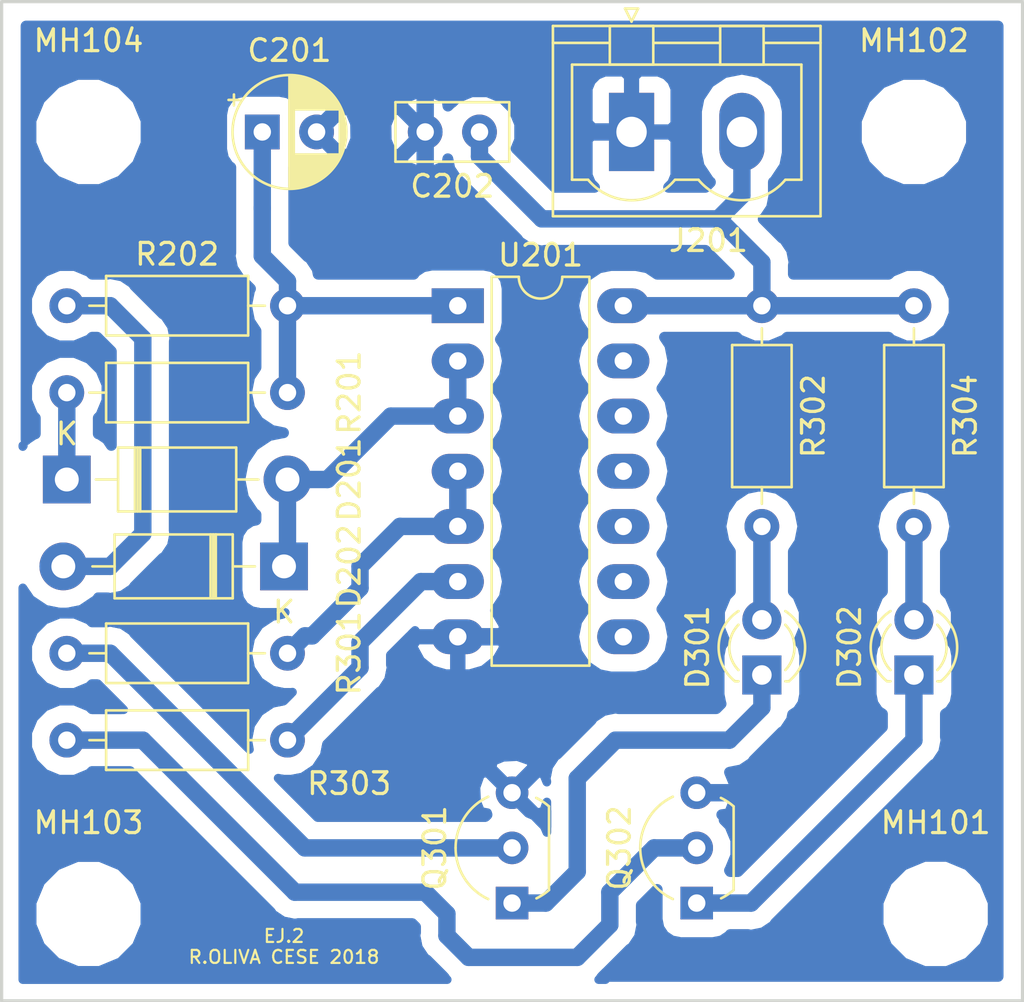
<source format=kicad_pcb>
(kicad_pcb (version 20171130) (host pcbnew "(5.0.0)")

  (general
    (thickness 1.6)
    (drawings 5)
    (tracks 89)
    (zones 0)
    (modules 20)
    (nets 15)
  )

  (page A4)
  (title_block
    (title "Ejercicio 2 R.Oliva -DisenioPCBs - CESE2018")
    (date 2018-10-05)
    (company "L&R Ing. / UNPA")
    (comment 1 "Oscilador + LEDs")
  )

  (layers
    (0 F.Cu signal)
    (31 B.Cu signal)
    (32 B.Adhes user)
    (33 F.Adhes user)
    (34 B.Paste user)
    (35 F.Paste user)
    (36 B.SilkS user)
    (37 F.SilkS user)
    (38 B.Mask user)
    (39 F.Mask user)
    (40 Dwgs.User user)
    (41 Cmts.User user)
    (42 Eco1.User user)
    (43 Eco2.User user)
    (44 Edge.Cuts user)
    (45 Margin user)
    (46 B.CrtYd user)
    (47 F.CrtYd user)
    (48 B.Fab user)
    (49 F.Fab user hide)
  )

  (setup
    (last_trace_width 0.8)
    (trace_clearance 0.8)
    (zone_clearance 0.508)
    (zone_45_only no)
    (trace_min 0.2)
    (segment_width 0.2)
    (edge_width 0.15)
    (via_size 0.8)
    (via_drill 0.4)
    (via_min_size 0.4)
    (via_min_drill 0.3)
    (uvia_size 0.3)
    (uvia_drill 0.1)
    (uvias_allowed no)
    (uvia_min_size 0.2)
    (uvia_min_drill 0.1)
    (pcb_text_width 0.3)
    (pcb_text_size 1.5 1.5)
    (mod_edge_width 0.15)
    (mod_text_size 1 1)
    (mod_text_width 0.15)
    (pad_size 1.524 1.524)
    (pad_drill 0.762)
    (pad_to_mask_clearance 0.2)
    (aux_axis_origin 0 0)
    (grid_origin 80 125)
    (visible_elements FFFFFF7F)
    (pcbplotparams
      (layerselection 0x010fc_ffffffff)
      (usegerberextensions false)
      (usegerberattributes false)
      (usegerberadvancedattributes false)
      (creategerberjobfile false)
      (excludeedgelayer true)
      (linewidth 0.100000)
      (plotframeref false)
      (viasonmask false)
      (mode 1)
      (useauxorigin false)
      (hpglpennumber 1)
      (hpglpenspeed 20)
      (hpglpendiameter 15.000000)
      (psnegative false)
      (psa4output false)
      (plotreference true)
      (plotvalue true)
      (plotinvisibletext false)
      (padsonsilk false)
      (subtractmaskfromsilk false)
      (outputformat 1)
      (mirror false)
      (drillshape 1)
      (scaleselection 1)
      (outputdirectory ""))
  )

  (net 0 "")
  (net 1 "Net-(C201-Pad1)")
  (net 2 GND)
  (net 3 +5V)
  (net 4 "Net-(D201-Pad2)")
  (net 5 "Net-(D201-Pad1)")
  (net 6 "Net-(D202-Pad2)")
  (net 7 "Net-(D301-Pad1)")
  (net 8 "Net-(D301-Pad2)")
  (net 9 "Net-(D302-Pad2)")
  (net 10 "Net-(D302-Pad1)")
  (net 11 "Net-(Q301-Pad2)")
  (net 12 "Net-(Q302-Pad2)")
  (net 13 /Leds/LED1)
  (net 14 /Leds/LED2)

  (net_class Default "Esta es la clase de red por defecto."
    (clearance 0.8)
    (trace_width 0.8)
    (via_dia 0.8)
    (via_drill 0.4)
    (uvia_dia 0.3)
    (uvia_drill 0.1)
    (add_net +5V)
    (add_net /Leds/LED1)
    (add_net /Leds/LED2)
    (add_net GND)
    (add_net "Net-(C201-Pad1)")
    (add_net "Net-(D201-Pad1)")
    (add_net "Net-(D201-Pad2)")
    (add_net "Net-(D202-Pad2)")
    (add_net "Net-(D301-Pad1)")
    (add_net "Net-(D301-Pad2)")
    (add_net "Net-(D302-Pad1)")
    (add_net "Net-(D302-Pad2)")
    (add_net "Net-(Q301-Pad2)")
    (add_net "Net-(Q302-Pad2)")
  )

  (net_class Ej2 ""
    (clearance 0.8)
    (trace_width 0.8)
    (via_dia 0.8)
    (via_drill 0.4)
    (uvia_dia 0.3)
    (uvia_drill 0.1)
  )

  (module Package_TO_SOT_THT:TO-92L_Inline_Wide (layer F.Cu) (tedit 5A11996A) (tstamp 5BC42594)
    (at 116.5 103.5 90)
    (descr "TO-92L leads in-line (large body variant of TO-92), also known as TO-226, wide, drill 0.75mm (see https://www.diodes.com/assets/Package-Files/TO92L.pdf and http://www.ti.com/lit/an/snoa059/snoa059.pdf)")
    (tags "TO-92L Inline Wide transistor")
    (path /5BB74F1B/5BB78DB6)
    (fp_text reference Q301 (at 2.54 -3.56 90) (layer F.SilkS)
      (effects (font (size 1 1) (thickness 0.15)))
    )
    (fp_text value BC546 (at 2.54 2.79 90) (layer F.Fab)
      (effects (font (size 1 1) (thickness 0.15)))
    )
    (fp_arc (start 2.54 0) (end 4.45 1.7) (angle -15.88591585) (layer F.SilkS) (width 0.12))
    (fp_arc (start 2.54 0) (end 2.54 -2.48) (angle -130.2499344) (layer F.Fab) (width 0.1))
    (fp_arc (start 2.54 0) (end 2.54 -2.48) (angle 129.9527847) (layer F.Fab) (width 0.1))
    (fp_arc (start 2.54 0) (end 2.54 -2.6) (angle 65) (layer F.SilkS) (width 0.12))
    (fp_arc (start 2.54 0) (end 2.54 -2.6) (angle -65) (layer F.SilkS) (width 0.12))
    (fp_arc (start 2.54 0) (end 0.6 1.7) (angle 15.44288892) (layer F.SilkS) (width 0.12))
    (fp_line (start 6.1 1.85) (end -1 1.85) (layer F.CrtYd) (width 0.05))
    (fp_line (start 6.1 1.85) (end 6.1 -2.75) (layer F.CrtYd) (width 0.05))
    (fp_line (start -1 -2.75) (end -1 1.85) (layer F.CrtYd) (width 0.05))
    (fp_line (start -1 -2.75) (end 6.1 -2.75) (layer F.CrtYd) (width 0.05))
    (fp_line (start 0.65 1.6) (end 4.4 1.6) (layer F.Fab) (width 0.1))
    (fp_line (start 0.6 1.7) (end 4.45 1.7) (layer F.SilkS) (width 0.12))
    (fp_text user %R (at 2.54 -3.56 90) (layer F.Fab)
      (effects (font (size 1 1) (thickness 0.15)))
    )
    (pad 1 thru_hole rect (at 0 0 180) (size 1.5 1.5) (drill 0.8) (layers *.Cu *.Mask)
      (net 7 "Net-(D301-Pad1)"))
    (pad 3 thru_hole circle (at 5.08 0 180) (size 1.5 1.5) (drill 0.8) (layers *.Cu *.Mask)
      (net 2 GND))
    (pad 2 thru_hole circle (at 2.54 0 180) (size 1.5 1.5) (drill 0.8) (layers *.Cu *.Mask)
      (net 11 "Net-(Q301-Pad2)"))
    (model ${KISYS3DMOD}/Package_TO_SOT_THT.3dshapes/TO-92L_Inline_Wide.wrl
      (at (xyz 0 0 0))
      (scale (xyz 1 1 1))
      (rotate (xyz 0 0 0))
    )
  )

  (module Package_TO_SOT_THT:TO-92L_Inline_Wide (layer F.Cu) (tedit 5A11996A) (tstamp 5BC4243B)
    (at 125 103.5 90)
    (descr "TO-92L leads in-line (large body variant of TO-92), also known as TO-226, wide, drill 0.75mm (see https://www.diodes.com/assets/Package-Files/TO92L.pdf and http://www.ti.com/lit/an/snoa059/snoa059.pdf)")
    (tags "TO-92L Inline Wide transistor")
    (path /5BB74F1B/5BB7920C)
    (fp_text reference Q302 (at 2.54 -3.56 90) (layer F.SilkS)
      (effects (font (size 1 1) (thickness 0.15)))
    )
    (fp_text value BC546 (at 2.54 2.79 90) (layer F.Fab)
      (effects (font (size 1 1) (thickness 0.15)))
    )
    (fp_arc (start 2.54 0) (end 4.45 1.7) (angle -15.88591585) (layer F.SilkS) (width 0.12))
    (fp_arc (start 2.54 0) (end 2.54 -2.48) (angle -130.2499344) (layer F.Fab) (width 0.1))
    (fp_arc (start 2.54 0) (end 2.54 -2.48) (angle 129.9527847) (layer F.Fab) (width 0.1))
    (fp_arc (start 2.54 0) (end 2.54 -2.6) (angle 65) (layer F.SilkS) (width 0.12))
    (fp_arc (start 2.54 0) (end 2.54 -2.6) (angle -65) (layer F.SilkS) (width 0.12))
    (fp_arc (start 2.54 0) (end 0.6 1.7) (angle 15.44288892) (layer F.SilkS) (width 0.12))
    (fp_line (start 6.1 1.85) (end -1 1.85) (layer F.CrtYd) (width 0.05))
    (fp_line (start 6.1 1.85) (end 6.1 -2.75) (layer F.CrtYd) (width 0.05))
    (fp_line (start -1 -2.75) (end -1 1.85) (layer F.CrtYd) (width 0.05))
    (fp_line (start -1 -2.75) (end 6.1 -2.75) (layer F.CrtYd) (width 0.05))
    (fp_line (start 0.65 1.6) (end 4.4 1.6) (layer F.Fab) (width 0.1))
    (fp_line (start 0.6 1.7) (end 4.45 1.7) (layer F.SilkS) (width 0.12))
    (fp_text user %R (at 2.54 -3.56 90) (layer F.Fab)
      (effects (font (size 1 1) (thickness 0.15)))
    )
    (pad 1 thru_hole rect (at 0 0 180) (size 1.5 1.5) (drill 0.8) (layers *.Cu *.Mask)
      (net 10 "Net-(D302-Pad1)"))
    (pad 3 thru_hole circle (at 5.08 0 180) (size 1.5 1.5) (drill 0.8) (layers *.Cu *.Mask)
      (net 2 GND))
    (pad 2 thru_hole circle (at 2.54 0 180) (size 1.5 1.5) (drill 0.8) (layers *.Cu *.Mask)
      (net 12 "Net-(Q302-Pad2)"))
    (model ${KISYS3DMOD}/Package_TO_SOT_THT.3dshapes/TO-92L_Inline_Wide.wrl
      (at (xyz 0 0 0))
      (scale (xyz 1 1 1))
      (rotate (xyz 0 0 0))
    )
  )

  (module Capacitor_THT:CP_Radial_D5.0mm_P2.50mm (layer F.Cu) (tedit 5AE50EF0) (tstamp 5BC42204)
    (at 105 68)
    (descr "CP, Radial series, Radial, pin pitch=2.50mm, , diameter=5mm, Electrolytic Capacitor")
    (tags "CP Radial series Radial pin pitch 2.50mm  diameter 5mm Electrolytic Capacitor")
    (path /5BB74EAF/5BB7555F)
    (fp_text reference C201 (at 1.25 -3.75) (layer F.SilkS)
      (effects (font (size 1 1) (thickness 0.15)))
    )
    (fp_text value "1 uF 25V" (at 1.25 3.75) (layer F.Fab)
      (effects (font (size 1 1) (thickness 0.15)))
    )
    (fp_circle (center 1.25 0) (end 3.75 0) (layer F.Fab) (width 0.1))
    (fp_circle (center 1.25 0) (end 3.87 0) (layer F.SilkS) (width 0.12))
    (fp_circle (center 1.25 0) (end 4 0) (layer F.CrtYd) (width 0.05))
    (fp_line (start -0.883605 -1.0875) (end -0.383605 -1.0875) (layer F.Fab) (width 0.1))
    (fp_line (start -0.633605 -1.3375) (end -0.633605 -0.8375) (layer F.Fab) (width 0.1))
    (fp_line (start 1.25 -2.58) (end 1.25 2.58) (layer F.SilkS) (width 0.12))
    (fp_line (start 1.29 -2.58) (end 1.29 2.58) (layer F.SilkS) (width 0.12))
    (fp_line (start 1.33 -2.579) (end 1.33 2.579) (layer F.SilkS) (width 0.12))
    (fp_line (start 1.37 -2.578) (end 1.37 2.578) (layer F.SilkS) (width 0.12))
    (fp_line (start 1.41 -2.576) (end 1.41 2.576) (layer F.SilkS) (width 0.12))
    (fp_line (start 1.45 -2.573) (end 1.45 2.573) (layer F.SilkS) (width 0.12))
    (fp_line (start 1.49 -2.569) (end 1.49 -1.04) (layer F.SilkS) (width 0.12))
    (fp_line (start 1.49 1.04) (end 1.49 2.569) (layer F.SilkS) (width 0.12))
    (fp_line (start 1.53 -2.565) (end 1.53 -1.04) (layer F.SilkS) (width 0.12))
    (fp_line (start 1.53 1.04) (end 1.53 2.565) (layer F.SilkS) (width 0.12))
    (fp_line (start 1.57 -2.561) (end 1.57 -1.04) (layer F.SilkS) (width 0.12))
    (fp_line (start 1.57 1.04) (end 1.57 2.561) (layer F.SilkS) (width 0.12))
    (fp_line (start 1.61 -2.556) (end 1.61 -1.04) (layer F.SilkS) (width 0.12))
    (fp_line (start 1.61 1.04) (end 1.61 2.556) (layer F.SilkS) (width 0.12))
    (fp_line (start 1.65 -2.55) (end 1.65 -1.04) (layer F.SilkS) (width 0.12))
    (fp_line (start 1.65 1.04) (end 1.65 2.55) (layer F.SilkS) (width 0.12))
    (fp_line (start 1.69 -2.543) (end 1.69 -1.04) (layer F.SilkS) (width 0.12))
    (fp_line (start 1.69 1.04) (end 1.69 2.543) (layer F.SilkS) (width 0.12))
    (fp_line (start 1.73 -2.536) (end 1.73 -1.04) (layer F.SilkS) (width 0.12))
    (fp_line (start 1.73 1.04) (end 1.73 2.536) (layer F.SilkS) (width 0.12))
    (fp_line (start 1.77 -2.528) (end 1.77 -1.04) (layer F.SilkS) (width 0.12))
    (fp_line (start 1.77 1.04) (end 1.77 2.528) (layer F.SilkS) (width 0.12))
    (fp_line (start 1.81 -2.52) (end 1.81 -1.04) (layer F.SilkS) (width 0.12))
    (fp_line (start 1.81 1.04) (end 1.81 2.52) (layer F.SilkS) (width 0.12))
    (fp_line (start 1.85 -2.511) (end 1.85 -1.04) (layer F.SilkS) (width 0.12))
    (fp_line (start 1.85 1.04) (end 1.85 2.511) (layer F.SilkS) (width 0.12))
    (fp_line (start 1.89 -2.501) (end 1.89 -1.04) (layer F.SilkS) (width 0.12))
    (fp_line (start 1.89 1.04) (end 1.89 2.501) (layer F.SilkS) (width 0.12))
    (fp_line (start 1.93 -2.491) (end 1.93 -1.04) (layer F.SilkS) (width 0.12))
    (fp_line (start 1.93 1.04) (end 1.93 2.491) (layer F.SilkS) (width 0.12))
    (fp_line (start 1.971 -2.48) (end 1.971 -1.04) (layer F.SilkS) (width 0.12))
    (fp_line (start 1.971 1.04) (end 1.971 2.48) (layer F.SilkS) (width 0.12))
    (fp_line (start 2.011 -2.468) (end 2.011 -1.04) (layer F.SilkS) (width 0.12))
    (fp_line (start 2.011 1.04) (end 2.011 2.468) (layer F.SilkS) (width 0.12))
    (fp_line (start 2.051 -2.455) (end 2.051 -1.04) (layer F.SilkS) (width 0.12))
    (fp_line (start 2.051 1.04) (end 2.051 2.455) (layer F.SilkS) (width 0.12))
    (fp_line (start 2.091 -2.442) (end 2.091 -1.04) (layer F.SilkS) (width 0.12))
    (fp_line (start 2.091 1.04) (end 2.091 2.442) (layer F.SilkS) (width 0.12))
    (fp_line (start 2.131 -2.428) (end 2.131 -1.04) (layer F.SilkS) (width 0.12))
    (fp_line (start 2.131 1.04) (end 2.131 2.428) (layer F.SilkS) (width 0.12))
    (fp_line (start 2.171 -2.414) (end 2.171 -1.04) (layer F.SilkS) (width 0.12))
    (fp_line (start 2.171 1.04) (end 2.171 2.414) (layer F.SilkS) (width 0.12))
    (fp_line (start 2.211 -2.398) (end 2.211 -1.04) (layer F.SilkS) (width 0.12))
    (fp_line (start 2.211 1.04) (end 2.211 2.398) (layer F.SilkS) (width 0.12))
    (fp_line (start 2.251 -2.382) (end 2.251 -1.04) (layer F.SilkS) (width 0.12))
    (fp_line (start 2.251 1.04) (end 2.251 2.382) (layer F.SilkS) (width 0.12))
    (fp_line (start 2.291 -2.365) (end 2.291 -1.04) (layer F.SilkS) (width 0.12))
    (fp_line (start 2.291 1.04) (end 2.291 2.365) (layer F.SilkS) (width 0.12))
    (fp_line (start 2.331 -2.348) (end 2.331 -1.04) (layer F.SilkS) (width 0.12))
    (fp_line (start 2.331 1.04) (end 2.331 2.348) (layer F.SilkS) (width 0.12))
    (fp_line (start 2.371 -2.329) (end 2.371 -1.04) (layer F.SilkS) (width 0.12))
    (fp_line (start 2.371 1.04) (end 2.371 2.329) (layer F.SilkS) (width 0.12))
    (fp_line (start 2.411 -2.31) (end 2.411 -1.04) (layer F.SilkS) (width 0.12))
    (fp_line (start 2.411 1.04) (end 2.411 2.31) (layer F.SilkS) (width 0.12))
    (fp_line (start 2.451 -2.29) (end 2.451 -1.04) (layer F.SilkS) (width 0.12))
    (fp_line (start 2.451 1.04) (end 2.451 2.29) (layer F.SilkS) (width 0.12))
    (fp_line (start 2.491 -2.268) (end 2.491 -1.04) (layer F.SilkS) (width 0.12))
    (fp_line (start 2.491 1.04) (end 2.491 2.268) (layer F.SilkS) (width 0.12))
    (fp_line (start 2.531 -2.247) (end 2.531 -1.04) (layer F.SilkS) (width 0.12))
    (fp_line (start 2.531 1.04) (end 2.531 2.247) (layer F.SilkS) (width 0.12))
    (fp_line (start 2.571 -2.224) (end 2.571 -1.04) (layer F.SilkS) (width 0.12))
    (fp_line (start 2.571 1.04) (end 2.571 2.224) (layer F.SilkS) (width 0.12))
    (fp_line (start 2.611 -2.2) (end 2.611 -1.04) (layer F.SilkS) (width 0.12))
    (fp_line (start 2.611 1.04) (end 2.611 2.2) (layer F.SilkS) (width 0.12))
    (fp_line (start 2.651 -2.175) (end 2.651 -1.04) (layer F.SilkS) (width 0.12))
    (fp_line (start 2.651 1.04) (end 2.651 2.175) (layer F.SilkS) (width 0.12))
    (fp_line (start 2.691 -2.149) (end 2.691 -1.04) (layer F.SilkS) (width 0.12))
    (fp_line (start 2.691 1.04) (end 2.691 2.149) (layer F.SilkS) (width 0.12))
    (fp_line (start 2.731 -2.122) (end 2.731 -1.04) (layer F.SilkS) (width 0.12))
    (fp_line (start 2.731 1.04) (end 2.731 2.122) (layer F.SilkS) (width 0.12))
    (fp_line (start 2.771 -2.095) (end 2.771 -1.04) (layer F.SilkS) (width 0.12))
    (fp_line (start 2.771 1.04) (end 2.771 2.095) (layer F.SilkS) (width 0.12))
    (fp_line (start 2.811 -2.065) (end 2.811 -1.04) (layer F.SilkS) (width 0.12))
    (fp_line (start 2.811 1.04) (end 2.811 2.065) (layer F.SilkS) (width 0.12))
    (fp_line (start 2.851 -2.035) (end 2.851 -1.04) (layer F.SilkS) (width 0.12))
    (fp_line (start 2.851 1.04) (end 2.851 2.035) (layer F.SilkS) (width 0.12))
    (fp_line (start 2.891 -2.004) (end 2.891 -1.04) (layer F.SilkS) (width 0.12))
    (fp_line (start 2.891 1.04) (end 2.891 2.004) (layer F.SilkS) (width 0.12))
    (fp_line (start 2.931 -1.971) (end 2.931 -1.04) (layer F.SilkS) (width 0.12))
    (fp_line (start 2.931 1.04) (end 2.931 1.971) (layer F.SilkS) (width 0.12))
    (fp_line (start 2.971 -1.937) (end 2.971 -1.04) (layer F.SilkS) (width 0.12))
    (fp_line (start 2.971 1.04) (end 2.971 1.937) (layer F.SilkS) (width 0.12))
    (fp_line (start 3.011 -1.901) (end 3.011 -1.04) (layer F.SilkS) (width 0.12))
    (fp_line (start 3.011 1.04) (end 3.011 1.901) (layer F.SilkS) (width 0.12))
    (fp_line (start 3.051 -1.864) (end 3.051 -1.04) (layer F.SilkS) (width 0.12))
    (fp_line (start 3.051 1.04) (end 3.051 1.864) (layer F.SilkS) (width 0.12))
    (fp_line (start 3.091 -1.826) (end 3.091 -1.04) (layer F.SilkS) (width 0.12))
    (fp_line (start 3.091 1.04) (end 3.091 1.826) (layer F.SilkS) (width 0.12))
    (fp_line (start 3.131 -1.785) (end 3.131 -1.04) (layer F.SilkS) (width 0.12))
    (fp_line (start 3.131 1.04) (end 3.131 1.785) (layer F.SilkS) (width 0.12))
    (fp_line (start 3.171 -1.743) (end 3.171 -1.04) (layer F.SilkS) (width 0.12))
    (fp_line (start 3.171 1.04) (end 3.171 1.743) (layer F.SilkS) (width 0.12))
    (fp_line (start 3.211 -1.699) (end 3.211 -1.04) (layer F.SilkS) (width 0.12))
    (fp_line (start 3.211 1.04) (end 3.211 1.699) (layer F.SilkS) (width 0.12))
    (fp_line (start 3.251 -1.653) (end 3.251 -1.04) (layer F.SilkS) (width 0.12))
    (fp_line (start 3.251 1.04) (end 3.251 1.653) (layer F.SilkS) (width 0.12))
    (fp_line (start 3.291 -1.605) (end 3.291 -1.04) (layer F.SilkS) (width 0.12))
    (fp_line (start 3.291 1.04) (end 3.291 1.605) (layer F.SilkS) (width 0.12))
    (fp_line (start 3.331 -1.554) (end 3.331 -1.04) (layer F.SilkS) (width 0.12))
    (fp_line (start 3.331 1.04) (end 3.331 1.554) (layer F.SilkS) (width 0.12))
    (fp_line (start 3.371 -1.5) (end 3.371 -1.04) (layer F.SilkS) (width 0.12))
    (fp_line (start 3.371 1.04) (end 3.371 1.5) (layer F.SilkS) (width 0.12))
    (fp_line (start 3.411 -1.443) (end 3.411 -1.04) (layer F.SilkS) (width 0.12))
    (fp_line (start 3.411 1.04) (end 3.411 1.443) (layer F.SilkS) (width 0.12))
    (fp_line (start 3.451 -1.383) (end 3.451 -1.04) (layer F.SilkS) (width 0.12))
    (fp_line (start 3.451 1.04) (end 3.451 1.383) (layer F.SilkS) (width 0.12))
    (fp_line (start 3.491 -1.319) (end 3.491 -1.04) (layer F.SilkS) (width 0.12))
    (fp_line (start 3.491 1.04) (end 3.491 1.319) (layer F.SilkS) (width 0.12))
    (fp_line (start 3.531 -1.251) (end 3.531 -1.04) (layer F.SilkS) (width 0.12))
    (fp_line (start 3.531 1.04) (end 3.531 1.251) (layer F.SilkS) (width 0.12))
    (fp_line (start 3.571 -1.178) (end 3.571 1.178) (layer F.SilkS) (width 0.12))
    (fp_line (start 3.611 -1.098) (end 3.611 1.098) (layer F.SilkS) (width 0.12))
    (fp_line (start 3.651 -1.011) (end 3.651 1.011) (layer F.SilkS) (width 0.12))
    (fp_line (start 3.691 -0.915) (end 3.691 0.915) (layer F.SilkS) (width 0.12))
    (fp_line (start 3.731 -0.805) (end 3.731 0.805) (layer F.SilkS) (width 0.12))
    (fp_line (start 3.771 -0.677) (end 3.771 0.677) (layer F.SilkS) (width 0.12))
    (fp_line (start 3.811 -0.518) (end 3.811 0.518) (layer F.SilkS) (width 0.12))
    (fp_line (start 3.851 -0.284) (end 3.851 0.284) (layer F.SilkS) (width 0.12))
    (fp_line (start -1.554775 -1.475) (end -1.054775 -1.475) (layer F.SilkS) (width 0.12))
    (fp_line (start -1.304775 -1.725) (end -1.304775 -1.225) (layer F.SilkS) (width 0.12))
    (fp_text user %R (at 1.25 0) (layer F.Fab)
      (effects (font (size 1 1) (thickness 0.15)))
    )
    (pad 1 thru_hole rect (at 0 0) (size 1.6 1.6) (drill 0.8) (layers *.Cu *.Mask)
      (net 1 "Net-(C201-Pad1)"))
    (pad 2 thru_hole circle (at 2.5 0) (size 1.6 1.6) (drill 0.8) (layers *.Cu *.Mask)
      (net 2 GND))
    (model ${KISYS3DMOD}/Capacitor_THT.3dshapes/CP_Radial_D5.0mm_P2.50mm.wrl
      (at (xyz 0 0 0))
      (scale (xyz 1 1 1))
      (rotate (xyz 0 0 0))
    )
  )

  (module Capacitor_THT:C_Disc_D5.0mm_W2.5mm_P2.50mm (layer F.Cu) (tedit 5AE50EF0) (tstamp 5BC4215D)
    (at 115 68 180)
    (descr "C, Disc series, Radial, pin pitch=2.50mm, , diameter*width=5*2.5mm^2, Capacitor, http://cdn-reichelt.de/documents/datenblatt/B300/DS_KERKO_TC.pdf")
    (tags "C Disc series Radial pin pitch 2.50mm  diameter 5mm width 2.5mm Capacitor")
    (path /5BB74EAF/5BB75610)
    (fp_text reference C202 (at 1.25 -2.5 180) (layer F.SilkS)
      (effects (font (size 1 1) (thickness 0.15)))
    )
    (fp_text value "0.1uF 50V" (at 1.25 2.5 180) (layer F.Fab)
      (effects (font (size 1 1) (thickness 0.15)))
    )
    (fp_line (start -1.25 -1.25) (end -1.25 1.25) (layer F.Fab) (width 0.1))
    (fp_line (start -1.25 1.25) (end 3.75 1.25) (layer F.Fab) (width 0.1))
    (fp_line (start 3.75 1.25) (end 3.75 -1.25) (layer F.Fab) (width 0.1))
    (fp_line (start 3.75 -1.25) (end -1.25 -1.25) (layer F.Fab) (width 0.1))
    (fp_line (start -1.37 -1.37) (end 3.87 -1.37) (layer F.SilkS) (width 0.12))
    (fp_line (start -1.37 1.37) (end 3.87 1.37) (layer F.SilkS) (width 0.12))
    (fp_line (start -1.37 -1.37) (end -1.37 1.37) (layer F.SilkS) (width 0.12))
    (fp_line (start 3.87 -1.37) (end 3.87 1.37) (layer F.SilkS) (width 0.12))
    (fp_line (start -1.5 -1.5) (end -1.5 1.5) (layer F.CrtYd) (width 0.05))
    (fp_line (start -1.5 1.5) (end 4 1.5) (layer F.CrtYd) (width 0.05))
    (fp_line (start 4 1.5) (end 4 -1.5) (layer F.CrtYd) (width 0.05))
    (fp_line (start 4 -1.5) (end -1.5 -1.5) (layer F.CrtYd) (width 0.05))
    (fp_text user %R (at 1.25 -0.885001 180) (layer F.Fab)
      (effects (font (size 1 1) (thickness 0.15)))
    )
    (pad 1 thru_hole circle (at 0 0 180) (size 1.6 1.6) (drill 0.8) (layers *.Cu *.Mask)
      (net 3 +5V))
    (pad 2 thru_hole circle (at 2.5 0 180) (size 1.6 1.6) (drill 0.8) (layers *.Cu *.Mask)
      (net 2 GND))
    (model ${KISYS3DMOD}/Capacitor_THT.3dshapes/C_Disc_D5.0mm_W2.5mm_P2.50mm.wrl
      (at (xyz 0 0 0))
      (scale (xyz 1 1 1))
      (rotate (xyz 0 0 0))
    )
  )

  (module Diode_THT:D_DO-41_SOD81_P10.16mm_Horizontal (layer F.Cu) (tedit 5AE50CD5) (tstamp 5BC42328)
    (at 96 84)
    (descr "Diode, DO-41_SOD81 series, Axial, Horizontal, pin pitch=10.16mm, , length*diameter=5.2*2.7mm^2, , http://www.diodes.com/_files/packages/DO-41%20(Plastic).pdf")
    (tags "Diode DO-41_SOD81 series Axial Horizontal pin pitch 10.16mm  length 5.2mm diameter 2.7mm")
    (path /5BB74EAF/5BB756DD)
    (fp_text reference D201 (at 13 0 90) (layer F.SilkS)
      (effects (font (size 1 1) (thickness 0.15)))
    )
    (fp_text value 1N4148 (at 5.08 2.47) (layer F.Fab)
      (effects (font (size 1 1) (thickness 0.15)))
    )
    (fp_text user K (at 0 -2.1) (layer F.SilkS)
      (effects (font (size 1 1) (thickness 0.15)))
    )
    (fp_text user K (at 0 -2.1) (layer F.Fab)
      (effects (font (size 1 1) (thickness 0.15)))
    )
    (fp_text user %R (at 5.814999 0) (layer F.Fab)
      (effects (font (size 1 1) (thickness 0.15)))
    )
    (fp_line (start 11.51 -1.6) (end -1.35 -1.6) (layer F.CrtYd) (width 0.05))
    (fp_line (start 11.51 1.6) (end 11.51 -1.6) (layer F.CrtYd) (width 0.05))
    (fp_line (start -1.35 1.6) (end 11.51 1.6) (layer F.CrtYd) (width 0.05))
    (fp_line (start -1.35 -1.6) (end -1.35 1.6) (layer F.CrtYd) (width 0.05))
    (fp_line (start 3.14 -1.47) (end 3.14 1.47) (layer F.SilkS) (width 0.12))
    (fp_line (start 3.38 -1.47) (end 3.38 1.47) (layer F.SilkS) (width 0.12))
    (fp_line (start 3.26 -1.47) (end 3.26 1.47) (layer F.SilkS) (width 0.12))
    (fp_line (start 8.82 0) (end 7.8 0) (layer F.SilkS) (width 0.12))
    (fp_line (start 1.34 0) (end 2.36 0) (layer F.SilkS) (width 0.12))
    (fp_line (start 7.8 -1.47) (end 2.36 -1.47) (layer F.SilkS) (width 0.12))
    (fp_line (start 7.8 1.47) (end 7.8 -1.47) (layer F.SilkS) (width 0.12))
    (fp_line (start 2.36 1.47) (end 7.8 1.47) (layer F.SilkS) (width 0.12))
    (fp_line (start 2.36 -1.47) (end 2.36 1.47) (layer F.SilkS) (width 0.12))
    (fp_line (start 3.16 -1.35) (end 3.16 1.35) (layer F.Fab) (width 0.1))
    (fp_line (start 3.36 -1.35) (end 3.36 1.35) (layer F.Fab) (width 0.1))
    (fp_line (start 3.26 -1.35) (end 3.26 1.35) (layer F.Fab) (width 0.1))
    (fp_line (start 10.16 0) (end 7.68 0) (layer F.Fab) (width 0.1))
    (fp_line (start 0 0) (end 2.48 0) (layer F.Fab) (width 0.1))
    (fp_line (start 7.68 -1.35) (end 2.48 -1.35) (layer F.Fab) (width 0.1))
    (fp_line (start 7.68 1.35) (end 7.68 -1.35) (layer F.Fab) (width 0.1))
    (fp_line (start 2.48 1.35) (end 7.68 1.35) (layer F.Fab) (width 0.1))
    (fp_line (start 2.48 -1.35) (end 2.48 1.35) (layer F.Fab) (width 0.1))
    (pad 2 thru_hole oval (at 10.16 0) (size 2.2 2.2) (drill 1.1) (layers *.Cu *.Mask)
      (net 4 "Net-(D201-Pad2)"))
    (pad 1 thru_hole rect (at 0 0) (size 2.2 2.2) (drill 1.1) (layers *.Cu *.Mask)
      (net 5 "Net-(D201-Pad1)"))
    (model ${KISYS3DMOD}/Diode_THT.3dshapes/D_DO-41_SOD81_P10.16mm_Horizontal.wrl
      (at (xyz 0 0 0))
      (scale (xyz 1 1 1))
      (rotate (xyz 0 0 0))
    )
  )

  (module Diode_THT:D_DO-41_SOD81_P10.16mm_Horizontal (layer F.Cu) (tedit 5AE50CD5) (tstamp 5BC420D9)
    (at 106 88 180)
    (descr "Diode, DO-41_SOD81 series, Axial, Horizontal, pin pitch=10.16mm, , length*diameter=5.2*2.7mm^2, , http://www.diodes.com/_files/packages/DO-41%20(Plastic).pdf")
    (tags "Diode DO-41_SOD81 series Axial Horizontal pin pitch 10.16mm  length 5.2mm diameter 2.7mm")
    (path /5BB74EAF/5BB7570F)
    (fp_text reference D202 (at -3 0 270) (layer F.SilkS)
      (effects (font (size 1 1) (thickness 0.15)))
    )
    (fp_text value 1N4148 (at 5.08 2.47 180) (layer F.Fab)
      (effects (font (size 1 1) (thickness 0.15)))
    )
    (fp_line (start 2.48 -1.35) (end 2.48 1.35) (layer F.Fab) (width 0.1))
    (fp_line (start 2.48 1.35) (end 7.68 1.35) (layer F.Fab) (width 0.1))
    (fp_line (start 7.68 1.35) (end 7.68 -1.35) (layer F.Fab) (width 0.1))
    (fp_line (start 7.68 -1.35) (end 2.48 -1.35) (layer F.Fab) (width 0.1))
    (fp_line (start 0 0) (end 2.48 0) (layer F.Fab) (width 0.1))
    (fp_line (start 10.16 0) (end 7.68 0) (layer F.Fab) (width 0.1))
    (fp_line (start 3.26 -1.35) (end 3.26 1.35) (layer F.Fab) (width 0.1))
    (fp_line (start 3.36 -1.35) (end 3.36 1.35) (layer F.Fab) (width 0.1))
    (fp_line (start 3.16 -1.35) (end 3.16 1.35) (layer F.Fab) (width 0.1))
    (fp_line (start 2.36 -1.47) (end 2.36 1.47) (layer F.SilkS) (width 0.12))
    (fp_line (start 2.36 1.47) (end 7.8 1.47) (layer F.SilkS) (width 0.12))
    (fp_line (start 7.8 1.47) (end 7.8 -1.47) (layer F.SilkS) (width 0.12))
    (fp_line (start 7.8 -1.47) (end 2.36 -1.47) (layer F.SilkS) (width 0.12))
    (fp_line (start 1.34 0) (end 2.36 0) (layer F.SilkS) (width 0.12))
    (fp_line (start 8.82 0) (end 7.8 0) (layer F.SilkS) (width 0.12))
    (fp_line (start 3.26 -1.47) (end 3.26 1.47) (layer F.SilkS) (width 0.12))
    (fp_line (start 3.38 -1.47) (end 3.38 1.47) (layer F.SilkS) (width 0.12))
    (fp_line (start 3.14 -1.47) (end 3.14 1.47) (layer F.SilkS) (width 0.12))
    (fp_line (start -1.35 -1.6) (end -1.35 1.6) (layer F.CrtYd) (width 0.05))
    (fp_line (start -1.35 1.6) (end 11.51 1.6) (layer F.CrtYd) (width 0.05))
    (fp_line (start 11.51 1.6) (end 11.51 -1.6) (layer F.CrtYd) (width 0.05))
    (fp_line (start 11.51 -1.6) (end -1.35 -1.6) (layer F.CrtYd) (width 0.05))
    (fp_text user %R (at 5.47 0 180) (layer F.Fab)
      (effects (font (size 1 1) (thickness 0.15)))
    )
    (fp_text user K (at 0 -2.1 180) (layer F.Fab)
      (effects (font (size 1 1) (thickness 0.15)))
    )
    (fp_text user K (at 0 -2.1 180) (layer F.SilkS)
      (effects (font (size 1 1) (thickness 0.15)))
    )
    (pad 1 thru_hole rect (at 0 0 180) (size 2.2 2.2) (drill 1.1) (layers *.Cu *.Mask)
      (net 4 "Net-(D201-Pad2)"))
    (pad 2 thru_hole oval (at 10.16 0 180) (size 2.2 2.2) (drill 1.1) (layers *.Cu *.Mask)
      (net 6 "Net-(D202-Pad2)"))
    (model ${KISYS3DMOD}/Diode_THT.3dshapes/D_DO-41_SOD81_P10.16mm_Horizontal.wrl
      (at (xyz 0 0 0))
      (scale (xyz 1 1 1))
      (rotate (xyz 0 0 0))
    )
  )

  (module LED_THT:LED_D3.0mm (layer F.Cu) (tedit 587A3A7B) (tstamp 5BC42097)
    (at 128 93 90)
    (descr "LED, diameter 3.0mm, 2 pins")
    (tags "LED diameter 3.0mm 2 pins")
    (path /5BB74F1B/5BB78C29)
    (clearance 0.4)
    (fp_text reference D301 (at 1.27 -2.96 90) (layer F.SilkS)
      (effects (font (size 1 1) (thickness 0.15)))
    )
    (fp_text value "LED ROJO" (at 1.27 2.96 90) (layer F.Fab)
      (effects (font (size 1 1) (thickness 0.15)))
    )
    (fp_arc (start 1.27 0) (end -0.23 -1.16619) (angle 284.3) (layer F.Fab) (width 0.1))
    (fp_arc (start 1.27 0) (end -0.29 -1.235516) (angle 108.8) (layer F.SilkS) (width 0.12))
    (fp_arc (start 1.27 0) (end -0.29 1.235516) (angle -108.8) (layer F.SilkS) (width 0.12))
    (fp_arc (start 1.27 0) (end 0.229039 -1.08) (angle 87.9) (layer F.SilkS) (width 0.12))
    (fp_arc (start 1.27 0) (end 0.229039 1.08) (angle -87.9) (layer F.SilkS) (width 0.12))
    (fp_circle (center 1.27 0) (end 2.77 0) (layer F.Fab) (width 0.1))
    (fp_line (start -0.23 -1.16619) (end -0.23 1.16619) (layer F.Fab) (width 0.1))
    (fp_line (start -0.29 -1.236) (end -0.29 -1.08) (layer F.SilkS) (width 0.12))
    (fp_line (start -0.29 1.08) (end -0.29 1.236) (layer F.SilkS) (width 0.12))
    (fp_line (start -1.15 -2.25) (end -1.15 2.25) (layer F.CrtYd) (width 0.05))
    (fp_line (start -1.15 2.25) (end 3.7 2.25) (layer F.CrtYd) (width 0.05))
    (fp_line (start 3.7 2.25) (end 3.7 -2.25) (layer F.CrtYd) (width 0.05))
    (fp_line (start 3.7 -2.25) (end -1.15 -2.25) (layer F.CrtYd) (width 0.05))
    (pad 1 thru_hole rect (at 0 0 90) (size 1.8 1.8) (drill 0.9) (layers *.Cu *.Mask)
      (net 7 "Net-(D301-Pad1)"))
    (pad 2 thru_hole circle (at 2.54 0 90) (size 1.8 1.8) (drill 0.9) (layers *.Cu *.Mask)
      (net 8 "Net-(D301-Pad2)"))
    (model ${KISYS3DMOD}/LED_THT.3dshapes/LED_D3.0mm.wrl
      (at (xyz 0 0 0))
      (scale (xyz 1 1 1))
      (rotate (xyz 0 0 0))
    )
  )

  (module LED_THT:LED_D3.0mm (layer F.Cu) (tedit 587A3A7B) (tstamp 5BC42127)
    (at 135 93 90)
    (descr "LED, diameter 3.0mm, 2 pins")
    (tags "LED diameter 3.0mm 2 pins")
    (path /5BB74F1B/5BB79206)
    (clearance 0.4)
    (fp_text reference D302 (at 1.27 -2.96 90) (layer F.SilkS)
      (effects (font (size 1 1) (thickness 0.15)))
    )
    (fp_text value "LED VERDE" (at 1.27 2.96 90) (layer F.Fab)
      (effects (font (size 1 1) (thickness 0.15)))
    )
    (fp_line (start 3.7 -2.25) (end -1.15 -2.25) (layer F.CrtYd) (width 0.05))
    (fp_line (start 3.7 2.25) (end 3.7 -2.25) (layer F.CrtYd) (width 0.05))
    (fp_line (start -1.15 2.25) (end 3.7 2.25) (layer F.CrtYd) (width 0.05))
    (fp_line (start -1.15 -2.25) (end -1.15 2.25) (layer F.CrtYd) (width 0.05))
    (fp_line (start -0.29 1.08) (end -0.29 1.236) (layer F.SilkS) (width 0.12))
    (fp_line (start -0.29 -1.236) (end -0.29 -1.08) (layer F.SilkS) (width 0.12))
    (fp_line (start -0.23 -1.16619) (end -0.23 1.16619) (layer F.Fab) (width 0.1))
    (fp_circle (center 1.27 0) (end 2.77 0) (layer F.Fab) (width 0.1))
    (fp_arc (start 1.27 0) (end 0.229039 1.08) (angle -87.9) (layer F.SilkS) (width 0.12))
    (fp_arc (start 1.27 0) (end 0.229039 -1.08) (angle 87.9) (layer F.SilkS) (width 0.12))
    (fp_arc (start 1.27 0) (end -0.29 1.235516) (angle -108.8) (layer F.SilkS) (width 0.12))
    (fp_arc (start 1.27 0) (end -0.29 -1.235516) (angle 108.8) (layer F.SilkS) (width 0.12))
    (fp_arc (start 1.27 0) (end -0.23 -1.16619) (angle 284.3) (layer F.Fab) (width 0.1))
    (pad 2 thru_hole circle (at 2.54 0 90) (size 1.8 1.8) (drill 0.9) (layers *.Cu *.Mask)
      (net 9 "Net-(D302-Pad2)"))
    (pad 1 thru_hole rect (at 0 0 90) (size 1.8 1.8) (drill 0.9) (layers *.Cu *.Mask)
      (net 10 "Net-(D302-Pad1)"))
    (model ${KISYS3DMOD}/LED_THT.3dshapes/LED_D3.0mm.wrl
      (at (xyz 0 0 0))
      (scale (xyz 1 1 1))
      (rotate (xyz 0 0 0))
    )
  )

  (module Connector_Phoenix_MSTB:PhoenixContact_MSTBVA_2,5_2-G-5,08_1x02_P5.08mm_Vertical (layer F.Cu) (tedit 5A00FA1E) (tstamp 5BC4202F)
    (at 122 68)
    (descr "Generic Phoenix Contact connector footprint for: MSTBVA_2,5/2-G-5,08; number of pins: 02; pin pitch: 5.08mm; Vertical || order number: 1755736 12A || order number: 1924305 16A (HC)")
    (tags "phoenix_contact connector MSTBVA_01x02_G_5.08mm")
    (path /5BB74EAF/5BB7577B)
    (fp_text reference J201 (at 3.54 5) (layer F.SilkS)
      (effects (font (size 1 1) (thickness 0.15)))
    )
    (fp_text value Conn_01x02 (at 2.54 4.8) (layer F.Fab)
      (effects (font (size 1 1) (thickness 0.15)))
    )
    (fp_arc (start 0 0.55) (end -2 2.2) (angle -100.5) (layer F.SilkS) (width 0.12))
    (fp_arc (start 5.08 0.55) (end 3.08 2.2) (angle -100.5) (layer F.SilkS) (width 0.12))
    (fp_line (start -3.62 -4.88) (end -3.62 3.88) (layer F.SilkS) (width 0.12))
    (fp_line (start -3.62 3.88) (end 8.7 3.88) (layer F.SilkS) (width 0.12))
    (fp_line (start 8.7 3.88) (end 8.7 -4.88) (layer F.SilkS) (width 0.12))
    (fp_line (start 8.7 -4.88) (end -3.62 -4.88) (layer F.SilkS) (width 0.12))
    (fp_line (start -3.54 -4.8) (end -3.54 3.8) (layer F.Fab) (width 0.1))
    (fp_line (start -3.54 3.8) (end 8.62 3.8) (layer F.Fab) (width 0.1))
    (fp_line (start 8.62 3.8) (end 8.62 -4.8) (layer F.Fab) (width 0.1))
    (fp_line (start 8.62 -4.8) (end -3.54 -4.8) (layer F.Fab) (width 0.1))
    (fp_line (start -3.62 -4.1) (end -1.08 -4.1) (layer F.SilkS) (width 0.12))
    (fp_line (start 8.7 -4.1) (end 6.16 -4.1) (layer F.SilkS) (width 0.12))
    (fp_line (start 1 -4.1) (end 4.08 -4.1) (layer F.SilkS) (width 0.12))
    (fp_line (start -1 -3.1) (end -1 -4.88) (layer F.SilkS) (width 0.12))
    (fp_line (start -1 -4.88) (end 1 -4.88) (layer F.SilkS) (width 0.12))
    (fp_line (start 1 -4.88) (end 1 -3.1) (layer F.SilkS) (width 0.12))
    (fp_line (start 1 -3.1) (end -1 -3.1) (layer F.SilkS) (width 0.12))
    (fp_line (start 4.08 -3.1) (end 4.08 -4.88) (layer F.SilkS) (width 0.12))
    (fp_line (start 4.08 -4.88) (end 6.08 -4.88) (layer F.SilkS) (width 0.12))
    (fp_line (start 6.08 -4.88) (end 6.08 -3.1) (layer F.SilkS) (width 0.12))
    (fp_line (start 6.08 -3.1) (end 4.08 -3.1) (layer F.SilkS) (width 0.12))
    (fp_line (start 2 2.2) (end 3.08 2.2) (layer F.SilkS) (width 0.12))
    (fp_line (start -2 2.2) (end -2.74 2.2) (layer F.SilkS) (width 0.12))
    (fp_line (start -2.74 2.2) (end -2.74 -3.1) (layer F.SilkS) (width 0.12))
    (fp_line (start -2.74 -3.1) (end 7.82 -3.1) (layer F.SilkS) (width 0.12))
    (fp_line (start 7.82 -3.1) (end 7.82 2.2) (layer F.SilkS) (width 0.12))
    (fp_line (start 7.82 2.2) (end 7.08 2.2) (layer F.SilkS) (width 0.12))
    (fp_line (start -4.04 -5.3) (end -4.04 4.3) (layer F.CrtYd) (width 0.05))
    (fp_line (start -4.04 4.3) (end 9.12 4.3) (layer F.CrtYd) (width 0.05))
    (fp_line (start 9.12 4.3) (end 9.12 -5.3) (layer F.CrtYd) (width 0.05))
    (fp_line (start 9.12 -5.3) (end -4.04 -5.3) (layer F.CrtYd) (width 0.05))
    (fp_line (start 0.3 -5.68) (end 0 -5.08) (layer F.SilkS) (width 0.12))
    (fp_line (start 0 -5.08) (end -0.3 -5.68) (layer F.SilkS) (width 0.12))
    (fp_line (start -0.3 -5.68) (end 0.3 -5.68) (layer F.SilkS) (width 0.12))
    (fp_line (start 0.5 -3.55) (end 0 -2.55) (layer F.Fab) (width 0.1))
    (fp_line (start 0 -2.55) (end -0.5 -3.55) (layer F.Fab) (width 0.1))
    (fp_line (start -0.5 -3.55) (end 0.5 -3.55) (layer F.Fab) (width 0.1))
    (fp_text user %R (at 3.54 -3) (layer F.Fab)
      (effects (font (size 1 1) (thickness 0.15)))
    )
    (pad 1 thru_hole rect (at 0 0) (size 2.08 3.6) (drill 1.4) (layers *.Cu *.Mask)
      (net 2 GND))
    (pad 2 thru_hole oval (at 5.08 0) (size 2.08 3.6) (drill 1.4) (layers *.Cu *.Mask)
      (net 3 +5V))
    (model ${KISYS3DMOD}/Connector_Phoenix_MSTB.3dshapes/PhoenixContact_MSTBVA_2,5_2-G-5,08_1x02_P5.08mm_Vertical.wrl
      (at (xyz 0 0 0))
      (scale (xyz 1 1 1))
      (rotate (xyz 0 0 0))
    )
  )

  (module MountingHole:MountingHole_3.2mm_M3 (layer F.Cu) (tedit 56D1B4CB) (tstamp 5BC41FF6)
    (at 136 104)
    (descr "Mounting Hole 3.2mm, no annular, M3")
    (tags "mounting hole 3.2mm no annular m3")
    (path /5BB7B042)
    (attr virtual)
    (fp_text reference MH101 (at 0 -4.2) (layer F.SilkS)
      (effects (font (size 1 1) (thickness 0.15)))
    )
    (fp_text value MountingHole (at 0 4.2) (layer F.Fab)
      (effects (font (size 1 1) (thickness 0.15)))
    )
    (fp_circle (center 0 0) (end 3.45 0) (layer F.CrtYd) (width 0.05))
    (fp_circle (center 0 0) (end 3.2 0) (layer Cmts.User) (width 0.15))
    (fp_text user %R (at 0.3 0) (layer F.Fab)
      (effects (font (size 1 1) (thickness 0.15)))
    )
    (pad 1 np_thru_hole circle (at 0 0) (size 3.2 3.2) (drill 3.2) (layers *.Cu *.Mask))
  )

  (module MountingHole:MountingHole_3.2mm_M3 (layer F.Cu) (tedit 56D1B4CB) (tstamp 5BC42479)
    (at 135 68)
    (descr "Mounting Hole 3.2mm, no annular, M3")
    (tags "mounting hole 3.2mm no annular m3")
    (path /5BB7B0E5)
    (attr virtual)
    (fp_text reference MH102 (at 0 -4.2) (layer F.SilkS)
      (effects (font (size 1 1) (thickness 0.15)))
    )
    (fp_text value MountingHole (at 0 4.2) (layer F.Fab)
      (effects (font (size 1 1) (thickness 0.15)))
    )
    (fp_text user %R (at 0.3 0) (layer F.Fab)
      (effects (font (size 1 1) (thickness 0.15)))
    )
    (fp_circle (center 0 0) (end 3.2 0) (layer Cmts.User) (width 0.15))
    (fp_circle (center 0 0) (end 3.45 0) (layer F.CrtYd) (width 0.05))
    (pad 1 np_thru_hole circle (at 0 0) (size 3.2 3.2) (drill 3.2) (layers *.Cu *.Mask))
  )

  (module MountingHole:MountingHole_3.2mm_M3 (layer F.Cu) (tedit 56D1B4CB) (tstamp 5BC42464)
    (at 97 104)
    (descr "Mounting Hole 3.2mm, no annular, M3")
    (tags "mounting hole 3.2mm no annular m3")
    (path /5BB7B07D)
    (attr virtual)
    (fp_text reference MH103 (at 0 -4.2) (layer F.SilkS)
      (effects (font (size 1 1) (thickness 0.15)))
    )
    (fp_text value MountingHole (at 0 4.2) (layer F.Fab)
      (effects (font (size 1 1) (thickness 0.15)))
    )
    (fp_text user %R (at 0.3 0) (layer F.Fab)
      (effects (font (size 1 1) (thickness 0.15)))
    )
    (fp_circle (center 0 0) (end 3.2 0) (layer Cmts.User) (width 0.15))
    (fp_circle (center 0 0) (end 3.45 0) (layer F.CrtYd) (width 0.05))
    (pad 1 np_thru_hole circle (at 0 0) (size 3.2 3.2) (drill 3.2) (layers *.Cu *.Mask))
  )

  (module MountingHole:MountingHole_3.2mm_M3 (layer F.Cu) (tedit 56D1B4CB) (tstamp 5BC42533)
    (at 97 68)
    (descr "Mounting Hole 3.2mm, no annular, M3")
    (tags "mounting hole 3.2mm no annular m3")
    (path /5BB7B116)
    (attr virtual)
    (fp_text reference MH104 (at 0 -4.2) (layer F.SilkS)
      (effects (font (size 1 1) (thickness 0.15)))
    )
    (fp_text value MountingHole (at 0 4.2) (layer F.Fab)
      (effects (font (size 1 1) (thickness 0.15)))
    )
    (fp_circle (center 0 0) (end 3.45 0) (layer F.CrtYd) (width 0.05))
    (fp_circle (center 0 0) (end 3.2 0) (layer Cmts.User) (width 0.15))
    (fp_text user %R (at 0.3 0) (layer F.Fab)
      (effects (font (size 1 1) (thickness 0.15)))
    )
    (pad 1 np_thru_hole circle (at 0 0) (size 3.2 3.2) (drill 3.2) (layers *.Cu *.Mask))
  )

  (module Resistor_THT:R_Axial_DIN0207_L6.3mm_D2.5mm_P10.16mm_Horizontal (layer F.Cu) (tedit 5AE5139B) (tstamp 5BC423FE)
    (at 96 80)
    (descr "Resistor, Axial_DIN0207 series, Axial, Horizontal, pin pitch=10.16mm, 0.25W = 1/4W, length*diameter=6.3*2.5mm^2, http://cdn-reichelt.de/documents/datenblatt/B400/1_4W%23YAG.pdf")
    (tags "Resistor Axial_DIN0207 series Axial Horizontal pin pitch 10.16mm 0.25W = 1/4W length 6.3mm diameter 2.5mm")
    (path /5BB74EAF/5BB75694)
    (fp_text reference R201 (at 13 0 90) (layer F.SilkS)
      (effects (font (size 1 1) (thickness 0.15)))
    )
    (fp_text value 100K (at 5.08 2.37) (layer F.Fab)
      (effects (font (size 1 1) (thickness 0.15)))
    )
    (fp_line (start 1.93 -1.25) (end 1.93 1.25) (layer F.Fab) (width 0.1))
    (fp_line (start 1.93 1.25) (end 8.23 1.25) (layer F.Fab) (width 0.1))
    (fp_line (start 8.23 1.25) (end 8.23 -1.25) (layer F.Fab) (width 0.1))
    (fp_line (start 8.23 -1.25) (end 1.93 -1.25) (layer F.Fab) (width 0.1))
    (fp_line (start 0 0) (end 1.93 0) (layer F.Fab) (width 0.1))
    (fp_line (start 10.16 0) (end 8.23 0) (layer F.Fab) (width 0.1))
    (fp_line (start 1.81 -1.37) (end 1.81 1.37) (layer F.SilkS) (width 0.12))
    (fp_line (start 1.81 1.37) (end 8.35 1.37) (layer F.SilkS) (width 0.12))
    (fp_line (start 8.35 1.37) (end 8.35 -1.37) (layer F.SilkS) (width 0.12))
    (fp_line (start 8.35 -1.37) (end 1.81 -1.37) (layer F.SilkS) (width 0.12))
    (fp_line (start 1.04 0) (end 1.81 0) (layer F.SilkS) (width 0.12))
    (fp_line (start 9.12 0) (end 8.35 0) (layer F.SilkS) (width 0.12))
    (fp_line (start -1.05 -1.5) (end -1.05 1.5) (layer F.CrtYd) (width 0.05))
    (fp_line (start -1.05 1.5) (end 11.21 1.5) (layer F.CrtYd) (width 0.05))
    (fp_line (start 11.21 1.5) (end 11.21 -1.5) (layer F.CrtYd) (width 0.05))
    (fp_line (start 11.21 -1.5) (end -1.05 -1.5) (layer F.CrtYd) (width 0.05))
    (fp_text user %R (at 5.08 0) (layer F.Fab)
      (effects (font (size 1 1) (thickness 0.15)))
    )
    (pad 1 thru_hole circle (at 0 0) (size 1.6 1.6) (drill 0.8) (layers *.Cu *.Mask)
      (net 5 "Net-(D201-Pad1)"))
    (pad 2 thru_hole oval (at 10.16 0) (size 1.6 1.6) (drill 0.8) (layers *.Cu *.Mask)
      (net 1 "Net-(C201-Pad1)"))
    (model ${KISYS3DMOD}/Resistor_THT.3dshapes/R_Axial_DIN0207_L6.3mm_D2.5mm_P10.16mm_Horizontal.wrl
      (at (xyz 0 0 0))
      (scale (xyz 1 1 1))
      (rotate (xyz 0 0 0))
    )
  )

  (module Resistor_THT:R_Axial_DIN0207_L6.3mm_D2.5mm_P10.16mm_Horizontal (layer F.Cu) (tedit 5AE5139B) (tstamp 5BC425CC)
    (at 96 76)
    (descr "Resistor, Axial_DIN0207 series, Axial, Horizontal, pin pitch=10.16mm, 0.25W = 1/4W, length*diameter=6.3*2.5mm^2, http://cdn-reichelt.de/documents/datenblatt/B400/1_4W%23YAG.pdf")
    (tags "Resistor Axial_DIN0207 series Axial Horizontal pin pitch 10.16mm 0.25W = 1/4W length 6.3mm diameter 2.5mm")
    (path /5BB74EAF/5BB75670)
    (fp_text reference R202 (at 5.08 -2.37) (layer F.SilkS)
      (effects (font (size 1 1) (thickness 0.15)))
    )
    (fp_text value 180K (at 5.08 2.37) (layer F.Fab)
      (effects (font (size 1 1) (thickness 0.15)))
    )
    (fp_text user %R (at 5.08 0) (layer F.Fab)
      (effects (font (size 1 1) (thickness 0.15)))
    )
    (fp_line (start 11.21 -1.5) (end -1.05 -1.5) (layer F.CrtYd) (width 0.05))
    (fp_line (start 11.21 1.5) (end 11.21 -1.5) (layer F.CrtYd) (width 0.05))
    (fp_line (start -1.05 1.5) (end 11.21 1.5) (layer F.CrtYd) (width 0.05))
    (fp_line (start -1.05 -1.5) (end -1.05 1.5) (layer F.CrtYd) (width 0.05))
    (fp_line (start 9.12 0) (end 8.35 0) (layer F.SilkS) (width 0.12))
    (fp_line (start 1.04 0) (end 1.81 0) (layer F.SilkS) (width 0.12))
    (fp_line (start 8.35 -1.37) (end 1.81 -1.37) (layer F.SilkS) (width 0.12))
    (fp_line (start 8.35 1.37) (end 8.35 -1.37) (layer F.SilkS) (width 0.12))
    (fp_line (start 1.81 1.37) (end 8.35 1.37) (layer F.SilkS) (width 0.12))
    (fp_line (start 1.81 -1.37) (end 1.81 1.37) (layer F.SilkS) (width 0.12))
    (fp_line (start 10.16 0) (end 8.23 0) (layer F.Fab) (width 0.1))
    (fp_line (start 0 0) (end 1.93 0) (layer F.Fab) (width 0.1))
    (fp_line (start 8.23 -1.25) (end 1.93 -1.25) (layer F.Fab) (width 0.1))
    (fp_line (start 8.23 1.25) (end 8.23 -1.25) (layer F.Fab) (width 0.1))
    (fp_line (start 1.93 1.25) (end 8.23 1.25) (layer F.Fab) (width 0.1))
    (fp_line (start 1.93 -1.25) (end 1.93 1.25) (layer F.Fab) (width 0.1))
    (pad 2 thru_hole oval (at 10.16 0) (size 1.6 1.6) (drill 0.8) (layers *.Cu *.Mask)
      (net 1 "Net-(C201-Pad1)"))
    (pad 1 thru_hole circle (at 0 0) (size 1.6 1.6) (drill 0.8) (layers *.Cu *.Mask)
      (net 6 "Net-(D202-Pad2)"))
    (model ${KISYS3DMOD}/Resistor_THT.3dshapes/R_Axial_DIN0207_L6.3mm_D2.5mm_P10.16mm_Horizontal.wrl
      (at (xyz 0 0 0))
      (scale (xyz 1 1 1))
      (rotate (xyz 0 0 0))
    )
  )

  (module Resistor_THT:R_Axial_DIN0207_L6.3mm_D2.5mm_P10.16mm_Horizontal (layer F.Cu) (tedit 5AE5139B) (tstamp 5BC4237A)
    (at 96 92)
    (descr "Resistor, Axial_DIN0207 series, Axial, Horizontal, pin pitch=10.16mm, 0.25W = 1/4W, length*diameter=6.3*2.5mm^2, http://cdn-reichelt.de/documents/datenblatt/B400/1_4W%23YAG.pdf")
    (tags "Resistor Axial_DIN0207 series Axial Horizontal pin pitch 10.16mm 0.25W = 1/4W length 6.3mm diameter 2.5mm")
    (path /5BB74F1B/5BB78A93)
    (fp_text reference R301 (at 13 0 90) (layer F.SilkS)
      (effects (font (size 1 1) (thickness 0.15)))
    )
    (fp_text value 2K2 (at 5.08 2.37) (layer F.Fab)
      (effects (font (size 1 1) (thickness 0.15)))
    )
    (fp_line (start 1.93 -1.25) (end 1.93 1.25) (layer F.Fab) (width 0.1))
    (fp_line (start 1.93 1.25) (end 8.23 1.25) (layer F.Fab) (width 0.1))
    (fp_line (start 8.23 1.25) (end 8.23 -1.25) (layer F.Fab) (width 0.1))
    (fp_line (start 8.23 -1.25) (end 1.93 -1.25) (layer F.Fab) (width 0.1))
    (fp_line (start 0 0) (end 1.93 0) (layer F.Fab) (width 0.1))
    (fp_line (start 10.16 0) (end 8.23 0) (layer F.Fab) (width 0.1))
    (fp_line (start 1.81 -1.37) (end 1.81 1.37) (layer F.SilkS) (width 0.12))
    (fp_line (start 1.81 1.37) (end 8.35 1.37) (layer F.SilkS) (width 0.12))
    (fp_line (start 8.35 1.37) (end 8.35 -1.37) (layer F.SilkS) (width 0.12))
    (fp_line (start 8.35 -1.37) (end 1.81 -1.37) (layer F.SilkS) (width 0.12))
    (fp_line (start 1.04 0) (end 1.81 0) (layer F.SilkS) (width 0.12))
    (fp_line (start 9.12 0) (end 8.35 0) (layer F.SilkS) (width 0.12))
    (fp_line (start -1.05 -1.5) (end -1.05 1.5) (layer F.CrtYd) (width 0.05))
    (fp_line (start -1.05 1.5) (end 11.21 1.5) (layer F.CrtYd) (width 0.05))
    (fp_line (start 11.21 1.5) (end 11.21 -1.5) (layer F.CrtYd) (width 0.05))
    (fp_line (start 11.21 -1.5) (end -1.05 -1.5) (layer F.CrtYd) (width 0.05))
    (fp_text user %R (at 3.594999 0.194999) (layer F.Fab)
      (effects (font (size 1 1) (thickness 0.15)))
    )
    (pad 1 thru_hole circle (at 0 0) (size 1.6 1.6) (drill 0.8) (layers *.Cu *.Mask)
      (net 11 "Net-(Q301-Pad2)"))
    (pad 2 thru_hole oval (at 10.16 0) (size 1.6 1.6) (drill 0.8) (layers *.Cu *.Mask)
      (net 13 /Leds/LED1))
    (model ${KISYS3DMOD}/Resistor_THT.3dshapes/R_Axial_DIN0207_L6.3mm_D2.5mm_P10.16mm_Horizontal.wrl
      (at (xyz 0 0 0))
      (scale (xyz 1 1 1))
      (rotate (xyz 0 0 0))
    )
  )

  (module Resistor_THT:R_Axial_DIN0207_L6.3mm_D2.5mm_P10.16mm_Horizontal (layer F.Cu) (tedit 5AE5139B) (tstamp 5BC42500)
    (at 128 76 270)
    (descr "Resistor, Axial_DIN0207 series, Axial, Horizontal, pin pitch=10.16mm, 0.25W = 1/4W, length*diameter=6.3*2.5mm^2, http://cdn-reichelt.de/documents/datenblatt/B400/1_4W%23YAG.pdf")
    (tags "Resistor Axial_DIN0207 series Axial Horizontal pin pitch 10.16mm 0.25W = 1/4W length 6.3mm diameter 2.5mm")
    (path /5BB74F1B/5BB78A8C)
    (fp_text reference R302 (at 5.08 -2.37 270) (layer F.SilkS)
      (effects (font (size 1 1) (thickness 0.15)))
    )
    (fp_text value 470R (at 5.08 2.37 270) (layer F.Fab)
      (effects (font (size 1 1) (thickness 0.15)))
    )
    (fp_text user %R (at 5.08 0 270) (layer F.Fab)
      (effects (font (size 1 1) (thickness 0.15)))
    )
    (fp_line (start 11.21 -1.5) (end -1.05 -1.5) (layer F.CrtYd) (width 0.05))
    (fp_line (start 11.21 1.5) (end 11.21 -1.5) (layer F.CrtYd) (width 0.05))
    (fp_line (start -1.05 1.5) (end 11.21 1.5) (layer F.CrtYd) (width 0.05))
    (fp_line (start -1.05 -1.5) (end -1.05 1.5) (layer F.CrtYd) (width 0.05))
    (fp_line (start 9.12 0) (end 8.35 0) (layer F.SilkS) (width 0.12))
    (fp_line (start 1.04 0) (end 1.81 0) (layer F.SilkS) (width 0.12))
    (fp_line (start 8.35 -1.37) (end 1.81 -1.37) (layer F.SilkS) (width 0.12))
    (fp_line (start 8.35 1.37) (end 8.35 -1.37) (layer F.SilkS) (width 0.12))
    (fp_line (start 1.81 1.37) (end 8.35 1.37) (layer F.SilkS) (width 0.12))
    (fp_line (start 1.81 -1.37) (end 1.81 1.37) (layer F.SilkS) (width 0.12))
    (fp_line (start 10.16 0) (end 8.23 0) (layer F.Fab) (width 0.1))
    (fp_line (start 0 0) (end 1.93 0) (layer F.Fab) (width 0.1))
    (fp_line (start 8.23 -1.25) (end 1.93 -1.25) (layer F.Fab) (width 0.1))
    (fp_line (start 8.23 1.25) (end 8.23 -1.25) (layer F.Fab) (width 0.1))
    (fp_line (start 1.93 1.25) (end 8.23 1.25) (layer F.Fab) (width 0.1))
    (fp_line (start 1.93 -1.25) (end 1.93 1.25) (layer F.Fab) (width 0.1))
    (pad 2 thru_hole oval (at 10.16 0 270) (size 1.6 1.6) (drill 0.8) (layers *.Cu *.Mask)
      (net 8 "Net-(D301-Pad2)"))
    (pad 1 thru_hole circle (at 0 0 270) (size 1.6 1.6) (drill 0.8) (layers *.Cu *.Mask)
      (net 3 +5V))
    (model ${KISYS3DMOD}/Resistor_THT.3dshapes/R_Axial_DIN0207_L6.3mm_D2.5mm_P10.16mm_Horizontal.wrl
      (at (xyz 0 0 0))
      (scale (xyz 1 1 1))
      (rotate (xyz 0 0 0))
    )
  )

  (module Resistor_THT:R_Axial_DIN0207_L6.3mm_D2.5mm_P10.16mm_Horizontal (layer F.Cu) (tedit 5AE5139B) (tstamp 5BC423BC)
    (at 96 96)
    (descr "Resistor, Axial_DIN0207 series, Axial, Horizontal, pin pitch=10.16mm, 0.25W = 1/4W, length*diameter=6.3*2.5mm^2, http://cdn-reichelt.de/documents/datenblatt/B400/1_4W%23YAG.pdf")
    (tags "Resistor Axial_DIN0207 series Axial Horizontal pin pitch 10.16mm 0.25W = 1/4W length 6.3mm diameter 2.5mm")
    (path /5BB74F1B/5BB791FE)
    (fp_text reference R303 (at 13 2) (layer F.SilkS)
      (effects (font (size 1 1) (thickness 0.15)))
    )
    (fp_text value 2K2 (at 5.08 2.37) (layer F.Fab)
      (effects (font (size 1 1) (thickness 0.15)))
    )
    (fp_line (start 1.93 -1.25) (end 1.93 1.25) (layer F.Fab) (width 0.1))
    (fp_line (start 1.93 1.25) (end 8.23 1.25) (layer F.Fab) (width 0.1))
    (fp_line (start 8.23 1.25) (end 8.23 -1.25) (layer F.Fab) (width 0.1))
    (fp_line (start 8.23 -1.25) (end 1.93 -1.25) (layer F.Fab) (width 0.1))
    (fp_line (start 0 0) (end 1.93 0) (layer F.Fab) (width 0.1))
    (fp_line (start 10.16 0) (end 8.23 0) (layer F.Fab) (width 0.1))
    (fp_line (start 1.81 -1.37) (end 1.81 1.37) (layer F.SilkS) (width 0.12))
    (fp_line (start 1.81 1.37) (end 8.35 1.37) (layer F.SilkS) (width 0.12))
    (fp_line (start 8.35 1.37) (end 8.35 -1.37) (layer F.SilkS) (width 0.12))
    (fp_line (start 8.35 -1.37) (end 1.81 -1.37) (layer F.SilkS) (width 0.12))
    (fp_line (start 1.04 0) (end 1.81 0) (layer F.SilkS) (width 0.12))
    (fp_line (start 9.12 0) (end 8.35 0) (layer F.SilkS) (width 0.12))
    (fp_line (start -1.05 -1.5) (end -1.05 1.5) (layer F.CrtYd) (width 0.05))
    (fp_line (start -1.05 1.5) (end 11.21 1.5) (layer F.CrtYd) (width 0.05))
    (fp_line (start 11.21 1.5) (end 11.21 -1.5) (layer F.CrtYd) (width 0.05))
    (fp_line (start 11.21 -1.5) (end -1.05 -1.5) (layer F.CrtYd) (width 0.05))
    (fp_text user %R (at 5.08 0) (layer F.Fab)
      (effects (font (size 1 1) (thickness 0.15)))
    )
    (pad 1 thru_hole circle (at 0 0) (size 1.6 1.6) (drill 0.8) (layers *.Cu *.Mask)
      (net 12 "Net-(Q302-Pad2)"))
    (pad 2 thru_hole oval (at 10.16 0) (size 1.6 1.6) (drill 0.8) (layers *.Cu *.Mask)
      (net 14 /Leds/LED2))
    (model ${KISYS3DMOD}/Resistor_THT.3dshapes/R_Axial_DIN0207_L6.3mm_D2.5mm_P10.16mm_Horizontal.wrl
      (at (xyz 0 0 0))
      (scale (xyz 1 1 1))
      (rotate (xyz 0 0 0))
    )
  )

  (module Resistor_THT:R_Axial_DIN0207_L6.3mm_D2.5mm_P10.16mm_Horizontal (layer F.Cu) (tedit 5AE5139B) (tstamp 5BC42557)
    (at 135 76 270)
    (descr "Resistor, Axial_DIN0207 series, Axial, Horizontal, pin pitch=10.16mm, 0.25W = 1/4W, length*diameter=6.3*2.5mm^2, http://cdn-reichelt.de/documents/datenblatt/B400/1_4W%23YAG.pdf")
    (tags "Resistor Axial_DIN0207 series Axial Horizontal pin pitch 10.16mm 0.25W = 1/4W length 6.3mm diameter 2.5mm")
    (path /5BB74F1B/5BB791F8)
    (fp_text reference R304 (at 5.08 -2.37 270) (layer F.SilkS)
      (effects (font (size 1 1) (thickness 0.15)))
    )
    (fp_text value 470R (at 5.08 2.37 270) (layer F.Fab)
      (effects (font (size 1 1) (thickness 0.15)))
    )
    (fp_text user %R (at 5.08 0 270) (layer F.Fab)
      (effects (font (size 1 1) (thickness 0.15)))
    )
    (fp_line (start 11.21 -1.5) (end -1.05 -1.5) (layer F.CrtYd) (width 0.05))
    (fp_line (start 11.21 1.5) (end 11.21 -1.5) (layer F.CrtYd) (width 0.05))
    (fp_line (start -1.05 1.5) (end 11.21 1.5) (layer F.CrtYd) (width 0.05))
    (fp_line (start -1.05 -1.5) (end -1.05 1.5) (layer F.CrtYd) (width 0.05))
    (fp_line (start 9.12 0) (end 8.35 0) (layer F.SilkS) (width 0.12))
    (fp_line (start 1.04 0) (end 1.81 0) (layer F.SilkS) (width 0.12))
    (fp_line (start 8.35 -1.37) (end 1.81 -1.37) (layer F.SilkS) (width 0.12))
    (fp_line (start 8.35 1.37) (end 8.35 -1.37) (layer F.SilkS) (width 0.12))
    (fp_line (start 1.81 1.37) (end 8.35 1.37) (layer F.SilkS) (width 0.12))
    (fp_line (start 1.81 -1.37) (end 1.81 1.37) (layer F.SilkS) (width 0.12))
    (fp_line (start 10.16 0) (end 8.23 0) (layer F.Fab) (width 0.1))
    (fp_line (start 0 0) (end 1.93 0) (layer F.Fab) (width 0.1))
    (fp_line (start 8.23 -1.25) (end 1.93 -1.25) (layer F.Fab) (width 0.1))
    (fp_line (start 8.23 1.25) (end 8.23 -1.25) (layer F.Fab) (width 0.1))
    (fp_line (start 1.93 1.25) (end 8.23 1.25) (layer F.Fab) (width 0.1))
    (fp_line (start 1.93 -1.25) (end 1.93 1.25) (layer F.Fab) (width 0.1))
    (pad 2 thru_hole oval (at 10.16 0 270) (size 1.6 1.6) (drill 0.8) (layers *.Cu *.Mask)
      (net 9 "Net-(D302-Pad2)"))
    (pad 1 thru_hole circle (at 0 0 270) (size 1.6 1.6) (drill 0.8) (layers *.Cu *.Mask)
      (net 3 +5V))
    (model ${KISYS3DMOD}/Resistor_THT.3dshapes/R_Axial_DIN0207_L6.3mm_D2.5mm_P10.16mm_Horizontal.wrl
      (at (xyz 0 0 0))
      (scale (xyz 1 1 1))
      (rotate (xyz 0 0 0))
    )
  )

  (module Package_DIP:DIP-14_W7.62mm_LongPads (layer F.Cu) (tedit 5A02E8C5) (tstamp 5BC424A8)
    (at 114 76)
    (descr "14-lead though-hole mounted DIP package, row spacing 7.62 mm (300 mils), LongPads")
    (tags "THT DIP DIL PDIP 2.54mm 7.62mm 300mil LongPads")
    (path /5BB74EAF/5BB75310)
    (fp_text reference U201 (at 3.81 -2.33) (layer F.SilkS)
      (effects (font (size 1 1) (thickness 0.15)))
    )
    (fp_text value 40106 (at 3.81 17.57) (layer F.Fab)
      (effects (font (size 1 1) (thickness 0.15)))
    )
    (fp_arc (start 3.81 -1.33) (end 2.81 -1.33) (angle -180) (layer F.SilkS) (width 0.12))
    (fp_line (start 1.635 -1.27) (end 6.985 -1.27) (layer F.Fab) (width 0.1))
    (fp_line (start 6.985 -1.27) (end 6.985 16.51) (layer F.Fab) (width 0.1))
    (fp_line (start 6.985 16.51) (end 0.635 16.51) (layer F.Fab) (width 0.1))
    (fp_line (start 0.635 16.51) (end 0.635 -0.27) (layer F.Fab) (width 0.1))
    (fp_line (start 0.635 -0.27) (end 1.635 -1.27) (layer F.Fab) (width 0.1))
    (fp_line (start 2.81 -1.33) (end 1.56 -1.33) (layer F.SilkS) (width 0.12))
    (fp_line (start 1.56 -1.33) (end 1.56 16.57) (layer F.SilkS) (width 0.12))
    (fp_line (start 1.56 16.57) (end 6.06 16.57) (layer F.SilkS) (width 0.12))
    (fp_line (start 6.06 16.57) (end 6.06 -1.33) (layer F.SilkS) (width 0.12))
    (fp_line (start 6.06 -1.33) (end 4.81 -1.33) (layer F.SilkS) (width 0.12))
    (fp_line (start -1.45 -1.55) (end -1.45 16.8) (layer F.CrtYd) (width 0.05))
    (fp_line (start -1.45 16.8) (end 9.1 16.8) (layer F.CrtYd) (width 0.05))
    (fp_line (start 9.1 16.8) (end 9.1 -1.55) (layer F.CrtYd) (width 0.05))
    (fp_line (start 9.1 -1.55) (end -1.45 -1.55) (layer F.CrtYd) (width 0.05))
    (fp_text user %R (at 3.81 7.62) (layer F.Fab)
      (effects (font (size 1 1) (thickness 0.15)))
    )
    (pad 1 thru_hole rect (at 0 0) (size 2.4 1.6) (drill 0.8) (layers *.Cu *.Mask)
      (net 1 "Net-(C201-Pad1)"))
    (pad 8 thru_hole oval (at 7.62 15.24) (size 2.4 1.6) (drill 0.8) (layers *.Cu *.Mask))
    (pad 2 thru_hole oval (at 0 2.54) (size 2.4 1.6) (drill 0.8) (layers *.Cu *.Mask)
      (net 4 "Net-(D201-Pad2)"))
    (pad 9 thru_hole oval (at 7.62 12.7) (size 2.4 1.6) (drill 0.8) (layers *.Cu *.Mask))
    (pad 3 thru_hole oval (at 0 5.08) (size 2.4 1.6) (drill 0.8) (layers *.Cu *.Mask)
      (net 4 "Net-(D201-Pad2)"))
    (pad 10 thru_hole oval (at 7.62 10.16) (size 2.4 1.6) (drill 0.8) (layers *.Cu *.Mask))
    (pad 4 thru_hole oval (at 0 7.62) (size 2.4 1.6) (drill 0.8) (layers *.Cu *.Mask)
      (net 13 /Leds/LED1))
    (pad 11 thru_hole oval (at 7.62 7.62) (size 2.4 1.6) (drill 0.8) (layers *.Cu *.Mask))
    (pad 5 thru_hole oval (at 0 10.16) (size 2.4 1.6) (drill 0.8) (layers *.Cu *.Mask)
      (net 13 /Leds/LED1))
    (pad 12 thru_hole oval (at 7.62 5.08) (size 2.4 1.6) (drill 0.8) (layers *.Cu *.Mask))
    (pad 6 thru_hole oval (at 0 12.7) (size 2.4 1.6) (drill 0.8) (layers *.Cu *.Mask)
      (net 14 /Leds/LED2))
    (pad 13 thru_hole oval (at 7.62 2.54) (size 2.4 1.6) (drill 0.8) (layers *.Cu *.Mask))
    (pad 7 thru_hole oval (at 0 15.24) (size 2.4 1.6) (drill 0.8) (layers *.Cu *.Mask)
      (net 2 GND))
    (pad 14 thru_hole oval (at 7.62 0) (size 2.4 1.6) (drill 0.8) (layers *.Cu *.Mask)
      (net 3 +5V))
    (model ${KISYS3DMOD}/Package_DIP.3dshapes/DIP-14_W7.62mm.wrl
      (at (xyz 0 0 0))
      (scale (xyz 1 1 1))
      (rotate (xyz 0 0 0))
    )
  )

  (gr_text "EJ.2\nR.OLIVA CESE 2018" (at 106 105.5) (layer F.SilkS)
    (effects (font (size 0.6 0.6) (thickness 0.1)))
  )
  (gr_line (start 93 108) (end 140 108) (layer Edge.Cuts) (width 0.15))
  (gr_line (start 93 62) (end 93 108) (layer Edge.Cuts) (width 0.15))
  (gr_line (start 140 62) (end 93 62) (layer Edge.Cuts) (width 0.15))
  (gr_line (start 140 108) (end 140 62) (layer Edge.Cuts) (width 0.15))

  (segment (start 106.16 80) (end 106.16 76) (width 0.8) (layer B.Cu) (net 1))
  (segment (start 105 71.5) (end 105 68) (width 0.8) (layer B.Cu) (net 1))
  (segment (start 105 73.70863) (end 105 71.5) (width 0.8) (layer B.Cu) (net 1))
  (segment (start 106.16 74.86863) (end 105 73.70863) (width 0.8) (layer B.Cu) (net 1))
  (segment (start 106.16 76) (end 106.16 74.86863) (width 0.8) (layer B.Cu) (net 1))
  (segment (start 106.16 76) (end 114 76) (width 0.8) (layer B.Cu) (net 1))
  (segment (start 110.5 65) (end 107.5 68) (width 0.8) (layer B.Cu) (net 2))
  (segment (start 122 68) (end 120.16 68) (width 0.8) (layer B.Cu) (net 2))
  (segment (start 120.16 68) (end 117.16 65) (width 0.8) (layer B.Cu) (net 2))
  (segment (start 112.5 65.5) (end 112 65) (width 0.8) (layer B.Cu) (net 2))
  (segment (start 112.5 68) (end 112.5 65.5) (width 0.8) (layer B.Cu) (net 2))
  (segment (start 117.16 65) (end 112 65) (width 0.8) (layer B.Cu) (net 2))
  (segment (start 112 65) (end 110.5 65) (width 0.8) (layer B.Cu) (net 2))
  (segment (start 112.5 68) (end 112.5 70.5) (width 0.8) (layer B.Cu) (net 2))
  (segment (start 112.5 70.5) (end 118 76) (width 0.8) (layer B.Cu) (net 2))
  (segment (start 116.26 91.24) (end 118 89.5) (width 0.8) (layer B.Cu) (net 2))
  (segment (start 118 76) (end 118 89.5) (width 0.8) (layer B.Cu) (net 2))
  (segment (start 116.26 91.24) (end 114 91.24) (width 0.8) (layer B.Cu) (net 2))
  (segment (start 117.92 97) (end 118 97) (width 0.8) (layer B.Cu) (net 2))
  (segment (start 116.5 98.42) (end 117.92 97) (width 0.8) (layer B.Cu) (net 2))
  (segment (start 118 92) (end 118 97) (width 0.8) (layer B.Cu) (net 2))
  (segment (start 118 88.04) (end 118 92) (width 0.8) (layer B.Cu) (net 2))
  (segment (start 127.08 98.42) (end 125 98.42) (width 0.8) (layer B.Cu) (net 2))
  (segment (start 131.5 85) (end 131.5 94) (width 0.8) (layer B.Cu) (net 2))
  (segment (start 129.5 83) (end 131.5 85) (width 0.8) (layer B.Cu) (net 2))
  (segment (start 119.5 93.5) (end 123.5 93.5) (width 0.8) (layer B.Cu) (net 2))
  (segment (start 118 92) (end 119.5 93.5) (width 0.8) (layer B.Cu) (net 2))
  (segment (start 123.5 93.5) (end 125 92) (width 0.8) (layer B.Cu) (net 2))
  (segment (start 125 92) (end 125 85) (width 0.8) (layer B.Cu) (net 2))
  (segment (start 125 85) (end 127 83) (width 0.8) (layer B.Cu) (net 2))
  (segment (start 131.5 94) (end 127.08 98.42) (width 0.8) (layer B.Cu) (net 2))
  (segment (start 127 83) (end 129.5 83) (width 0.8) (layer B.Cu) (net 2))
  (segment (start 127.08 70.92) (end 127.08 68) (width 0.8) (layer B.Cu) (net 3))
  (segment (start 126 72) (end 127.08 70.92) (width 0.8) (layer B.Cu) (net 3))
  (segment (start 117.86863 72) (end 126 72) (width 0.8) (layer B.Cu) (net 3))
  (segment (start 115 68) (end 115 69.13137) (width 0.8) (layer B.Cu) (net 3))
  (segment (start 115 69.13137) (end 117.86863 72) (width 0.8) (layer B.Cu) (net 3))
  (segment (start 121.62 76) (end 135 76) (width 0.8) (layer B.Cu) (net 3))
  (segment (start 128 76) (end 128 74) (width 0.8) (layer B.Cu) (net 3))
  (segment (start 128 74) (end 126 72) (width 0.8) (layer B.Cu) (net 3))
  (segment (start 110.92 81.08) (end 114 81.08) (width 0.8) (layer B.Cu) (net 4))
  (segment (start 108 84) (end 110.92 81.08) (width 0.8) (layer B.Cu) (net 4))
  (segment (start 114 78.54) (end 114 81.08) (width 0.8) (layer B.Cu) (net 4))
  (segment (start 106.16 84) (end 108 84) (width 0.8) (layer B.Cu) (net 4))
  (segment (start 106.16 87.84) (end 106 88) (width 0.8) (layer B.Cu) (net 4))
  (segment (start 106.16 84) (end 106.16 87.84) (width 0.8) (layer B.Cu) (net 4))
  (segment (start 96 80) (end 96 84) (width 0.8) (layer B.Cu) (net 5))
  (segment (start 96 76) (end 98 76) (width 0.8) (layer B.Cu) (net 6))
  (segment (start 98 76) (end 99.5 77.5) (width 0.8) (layer B.Cu) (net 6))
  (segment (start 95.84 88) (end 98 88) (width 0.8) (layer B.Cu) (net 6))
  (segment (start 99.5 86.5) (end 99.5 77.5) (width 0.8) (layer B.Cu) (net 6))
  (segment (start 98 88) (end 99.5 86.5) (width 0.8) (layer B.Cu) (net 6))
  (segment (start 118.05 103.5) (end 116.5 103.5) (width 0.8) (layer B.Cu) (net 7))
  (segment (start 128 94.5) (end 126.5 96) (width 0.8) (layer B.Cu) (net 7))
  (segment (start 128 93) (end 128 94.5) (width 0.8) (layer B.Cu) (net 7))
  (segment (start 126.5 96) (end 121.262755 96) (width 0.8) (layer B.Cu) (net 7))
  (segment (start 121.262755 96) (end 119.5 97.762755) (width 0.8) (layer B.Cu) (net 7))
  (segment (start 119.5 97.762755) (end 119.5 102.05) (width 0.8) (layer B.Cu) (net 7))
  (segment (start 119.5 102.05) (end 118.05 103.5) (width 0.8) (layer B.Cu) (net 7))
  (segment (start 128 86.16) (end 128 90.46) (width 0.8) (layer B.Cu) (net 8))
  (segment (start 135 90.46) (end 135 86.16) (width 0.8) (layer B.Cu) (net 9))
  (segment (start 125 103.5) (end 127.5 103.5) (width 0.8) (layer B.Cu) (net 10))
  (segment (start 127.5 103.5) (end 135 96) (width 0.8) (layer B.Cu) (net 10))
  (segment (start 135 96) (end 135 93) (width 0.8) (layer B.Cu) (net 10))
  (segment (start 106.96 100.96) (end 116.5 100.96) (width 0.8) (layer B.Cu) (net 11))
  (segment (start 96 92) (end 98 92) (width 0.8) (layer B.Cu) (net 11))
  (segment (start 98 92) (end 106.96 100.96) (width 0.8) (layer B.Cu) (net 11))
  (segment (start 121 103) (end 123.04 100.96) (width 0.8) (layer B.Cu) (net 12))
  (segment (start 121 104.5) (end 121 103) (width 0.8) (layer B.Cu) (net 12))
  (segment (start 123.04 100.96) (end 125 100.96) (width 0.8) (layer B.Cu) (net 12))
  (segment (start 119.5 106) (end 121 104.5) (width 0.8) (layer B.Cu) (net 12))
  (segment (start 114.5 106) (end 119.5 106) (width 0.8) (layer B.Cu) (net 12))
  (segment (start 99.5 96) (end 106.5 103) (width 0.8) (layer B.Cu) (net 12))
  (segment (start 96 96) (end 99.5 96) (width 0.8) (layer B.Cu) (net 12))
  (segment (start 106.5 103) (end 112.5 103) (width 0.8) (layer B.Cu) (net 12))
  (segment (start 112.5 103) (end 113.5 104) (width 0.8) (layer B.Cu) (net 12))
  (segment (start 113.5 104) (end 113.5 105) (width 0.8) (layer B.Cu) (net 12))
  (segment (start 113.5 105) (end 114.5 106) (width 0.8) (layer B.Cu) (net 12))
  (segment (start 114 83.62) (end 114 86.16) (width 0.8) (layer B.Cu) (net 13))
  (segment (start 114 86.16) (end 111.34 86.16) (width 0.8) (layer B.Cu) (net 13))
  (segment (start 106.959999 91.200001) (end 107.299999 91.200001) (width 0.8) (layer B.Cu) (net 13))
  (segment (start 106.16 92) (end 106.959999 91.200001) (width 0.8) (layer B.Cu) (net 13))
  (segment (start 107.299999 91.200001) (end 109.5 89) (width 0.8) (layer B.Cu) (net 13))
  (segment (start 109.5 88) (end 111.34 86.16) (width 0.8) (layer B.Cu) (net 13))
  (segment (start 109.5 89) (end 109.5 88) (width 0.8) (layer B.Cu) (net 13))
  (segment (start 109.5 92.66) (end 106.16 96) (width 0.8) (layer B.Cu) (net 14))
  (segment (start 109.5 91.5) (end 109.5 92.66) (width 0.8) (layer B.Cu) (net 14))
  (segment (start 114 88.7) (end 112.3 88.7) (width 0.8) (layer B.Cu) (net 14))
  (segment (start 112.3 88.7) (end 109.5 91.5) (width 0.8) (layer B.Cu) (net 14))

  (zone (net 2) (net_name GND) (layer B.Cu) (tstamp 5BC4F7E4) (hatch edge 0.508)
    (connect_pads (clearance 0.8))
    (min_thickness 0.5)
    (fill yes (arc_segments 16) (thermal_gap 0.7508) (thermal_bridge_width 0.7))
    (polygon
      (pts
        (xy 93 62) (xy 140 62) (xy 140 108) (xy 93 108)
      )
    )
    (filled_polygon
      (pts
        (xy 138.875 106.875) (xy 120.675609 106.875) (xy 121.92432 105.626289) (xy 122.045391 105.545392) (xy 122.36587 105.065762)
        (xy 122.45 104.642812) (xy 122.45 104.642811) (xy 122.478407 104.500001) (xy 122.45 104.357191) (xy 122.45 103.600609)
        (xy 123.17943 102.87118) (xy 123.17943 104.25) (xy 123.260922 104.659689) (xy 123.492993 105.007007) (xy 123.840311 105.239078)
        (xy 124.25 105.32057) (xy 125.75 105.32057) (xy 126.159689 105.239078) (xy 126.507007 105.007007) (xy 126.545098 104.95)
        (xy 127.357189 104.95) (xy 127.5 104.978407) (xy 127.642811 104.95) (xy 127.642812 104.95) (xy 128.065762 104.86587)
        (xy 128.545392 104.545392) (xy 128.626291 104.424318) (xy 129.577727 103.472882) (xy 133.35 103.472882) (xy 133.35 104.527118)
        (xy 133.753438 105.501105) (xy 134.498895 106.246562) (xy 135.472882 106.65) (xy 136.527118 106.65) (xy 137.501105 106.246562)
        (xy 138.246562 105.501105) (xy 138.65 104.527118) (xy 138.65 103.472882) (xy 138.246562 102.498895) (xy 137.501105 101.753438)
        (xy 136.527118 101.35) (xy 135.472882 101.35) (xy 134.498895 101.753438) (xy 133.753438 102.498895) (xy 133.35 103.472882)
        (xy 129.577727 103.472882) (xy 135.924323 97.126287) (xy 136.045391 97.045392) (xy 136.126289 96.924321) (xy 136.36587 96.565762)
        (xy 136.478407 96) (xy 136.45 95.857189) (xy 136.45 94.795325) (xy 136.657007 94.657007) (xy 136.889078 94.309689)
        (xy 136.97057 93.9) (xy 136.97057 92.1) (xy 136.889078 91.690311) (xy 136.711275 91.424211) (xy 136.95 90.847879)
        (xy 136.95 90.072121) (xy 136.65313 89.355414) (xy 136.45 89.152284) (xy 136.45 87.319832) (xy 136.742661 86.881834)
        (xy 136.886243 86.16) (xy 136.742661 85.438166) (xy 136.333775 84.826225) (xy 135.721834 84.417339) (xy 135.182205 84.31)
        (xy 134.817795 84.31) (xy 134.278166 84.417339) (xy 133.666225 84.826225) (xy 133.257339 85.438166) (xy 133.113757 86.16)
        (xy 133.257339 86.881834) (xy 133.550001 87.319833) (xy 133.55 89.152284) (xy 133.34687 89.355414) (xy 133.05 90.072121)
        (xy 133.05 90.847879) (xy 133.288725 91.424211) (xy 133.110922 91.690311) (xy 133.02943 92.1) (xy 133.02943 93.9)
        (xy 133.110922 94.309689) (xy 133.342993 94.657007) (xy 133.55 94.795325) (xy 133.55 95.39939) (xy 126.899391 102.05)
        (xy 126.545098 102.05) (xy 126.509244 101.99634) (xy 126.525966 101.979618) (xy 126.8 101.318042) (xy 126.8 100.601958)
        (xy 126.525966 99.940382) (xy 126.261585 99.676001) (xy 126.329505 99.608081) (xy 126.153746 99.432322) (xy 126.500688 99.386706)
        (xy 126.756397 98.738832) (xy 126.74471 98.042418) (xy 126.510246 97.476369) (xy 126.642811 97.45) (xy 126.642812 97.45)
        (xy 127.065762 97.36587) (xy 127.545392 97.045392) (xy 127.626291 96.924318) (xy 128.924318 95.626291) (xy 129.045392 95.545392)
        (xy 129.36587 95.065762) (xy 129.415013 94.818702) (xy 129.657007 94.657007) (xy 129.889078 94.309689) (xy 129.97057 93.9)
        (xy 129.97057 92.1) (xy 129.889078 91.690311) (xy 129.711275 91.424211) (xy 129.95 90.847879) (xy 129.95 90.072121)
        (xy 129.65313 89.355414) (xy 129.45 89.152284) (xy 129.45 87.319832) (xy 129.742661 86.881834) (xy 129.886243 86.16)
        (xy 129.742661 85.438166) (xy 129.333775 84.826225) (xy 128.721834 84.417339) (xy 128.182205 84.31) (xy 127.817795 84.31)
        (xy 127.278166 84.417339) (xy 126.666225 84.826225) (xy 126.257339 85.438166) (xy 126.113757 86.16) (xy 126.257339 86.881834)
        (xy 126.55 87.319832) (xy 126.550001 89.152283) (xy 126.34687 89.355414) (xy 126.05 90.072121) (xy 126.05 90.847879)
        (xy 126.288725 91.424211) (xy 126.110922 91.690311) (xy 126.02943 92.1) (xy 126.02943 93.9) (xy 126.110922 94.309689)
        (xy 126.12245 94.326941) (xy 125.899391 94.55) (xy 121.405566 94.55) (xy 121.262754 94.521593) (xy 121.119943 94.55)
        (xy 120.696993 94.63413) (xy 120.217363 94.954608) (xy 120.136466 95.075679) (xy 118.575679 96.636467) (xy 118.454608 96.717364)
        (xy 118.235428 97.045391) (xy 118.13413 97.196994) (xy 118.056396 97.587787) (xy 118.000688 97.453294) (xy 117.653743 97.407678)
        (xy 116.641421 98.42) (xy 116.655564 98.434143) (xy 116.514143 98.575564) (xy 116.5 98.561421) (xy 116.485858 98.575564)
        (xy 116.344437 98.434143) (xy 116.358579 98.42) (xy 115.346257 97.407678) (xy 114.999312 97.453294) (xy 114.743603 98.101168)
        (xy 114.75529 98.797582) (xy 114.999312 99.386706) (xy 115.346254 99.432322) (xy 115.268576 99.51) (xy 107.56061 99.51)
        (xy 105.881444 97.830835) (xy 105.977795 97.85) (xy 106.342205 97.85) (xy 106.881834 97.742661) (xy 107.493775 97.333775)
        (xy 107.538889 97.266257) (xy 115.487678 97.266257) (xy 116.5 98.278579) (xy 117.512322 97.266257) (xy 117.466706 96.919312)
        (xy 116.818832 96.663603) (xy 116.122418 96.67529) (xy 115.533294 96.919312) (xy 115.487678 97.266257) (xy 107.538889 97.266257)
        (xy 107.902661 96.721834) (xy 108.00543 96.205179) (xy 110.424318 93.786291) (xy 110.545392 93.705392) (xy 110.86587 93.225762)
        (xy 110.95 92.802812) (xy 110.95 92.802811) (xy 110.978407 92.660001) (xy 110.95 92.517191) (xy 110.95 92.100609)
        (xy 111.7992 91.25141) (xy 111.7992 91.340002) (xy 112.052626 91.340002) (xy 111.839759 91.620041) (xy 111.89801 91.836748)
        (xy 112.255932 92.442647) (xy 112.818476 92.865454) (xy 113.5 93.0408) (xy 113.9 93.0408) (xy 113.9 91.34)
        (xy 114.1 91.34) (xy 114.1 93.0408) (xy 114.5 93.0408) (xy 115.181524 92.865454) (xy 115.744068 92.442647)
        (xy 116.10199 91.836748) (xy 116.160241 91.620041) (xy 115.947372 91.34) (xy 114.1 91.34) (xy 113.9 91.34)
        (xy 113.88 91.34) (xy 113.88 91.14) (xy 113.9 91.14) (xy 113.9 91.12) (xy 114.1 91.12)
        (xy 114.1 91.14) (xy 115.947372 91.14) (xy 116.160241 90.859959) (xy 116.10199 90.643252) (xy 115.744068 90.037353)
        (xy 115.735625 90.031007) (xy 116.142661 89.421834) (xy 116.286243 88.7) (xy 116.142661 87.978166) (xy 115.776388 87.43)
        (xy 116.142661 86.881834) (xy 116.286243 86.16) (xy 116.142661 85.438166) (xy 115.776388 84.89) (xy 116.142661 84.341834)
        (xy 116.286243 83.62) (xy 116.142661 82.898166) (xy 115.776388 82.35) (xy 116.142661 81.801834) (xy 116.286243 81.08)
        (xy 116.142661 80.358166) (xy 115.776388 79.81) (xy 116.142661 79.261834) (xy 116.286243 78.54) (xy 116.142661 77.818166)
        (xy 115.962584 77.548661) (xy 116.189078 77.209689) (xy 116.27057 76.8) (xy 116.27057 75.2) (xy 116.189078 74.790311)
        (xy 115.957007 74.442993) (xy 115.609689 74.210922) (xy 115.2 74.12943) (xy 112.8 74.12943) (xy 112.390311 74.210922)
        (xy 112.042993 74.442993) (xy 111.971493 74.55) (xy 107.575028 74.55) (xy 107.52587 74.302868) (xy 107.423727 74.15)
        (xy 107.205392 73.823238) (xy 107.084321 73.742341) (xy 106.45 73.108021) (xy 106.45 69.628507) (xy 106.551101 69.560953)
        (xy 107.169249 69.806044) (xy 107.885569 69.79514) (xy 108.496717 69.541994) (xy 108.548444 69.189866) (xy 107.5 68.141421)
        (xy 107.485858 68.155564) (xy 107.344437 68.014143) (xy 107.358579 68) (xy 107.641421 68) (xy 108.689866 69.048444)
        (xy 109.041994 68.996717) (xy 109.306044 68.330751) (xy 109.295975 67.669249) (xy 110.693956 67.669249) (xy 110.70486 68.385569)
        (xy 110.958006 68.996717) (xy 111.310134 69.048444) (xy 112.358579 68) (xy 111.310134 66.951556) (xy 110.958006 67.003283)
        (xy 110.693956 67.669249) (xy 109.295975 67.669249) (xy 109.29514 67.614431) (xy 109.041994 67.003283) (xy 108.689866 66.951556)
        (xy 107.641421 68) (xy 107.358579 68) (xy 107.344437 67.985858) (xy 107.485858 67.844436) (xy 107.5 67.858579)
        (xy 108.548444 66.810134) (xy 111.451556 66.810134) (xy 112.5 67.858579) (xy 112.514142 67.844436) (xy 112.655564 67.985858)
        (xy 112.641421 68) (xy 112.655564 68.014142) (xy 112.514142 68.155564) (xy 112.5 68.141421) (xy 111.451556 69.189866)
        (xy 111.503283 69.541994) (xy 112.169249 69.806044) (xy 112.885569 69.79514) (xy 113.496717 69.541994) (xy 113.541981 69.233865)
        (xy 113.55 69.274181) (xy 113.55 69.274182) (xy 113.63413 69.697132) (xy 113.954609 70.176762) (xy 114.07568 70.257659)
        (xy 116.742339 72.924318) (xy 116.823238 73.045392) (xy 117.302868 73.36587) (xy 117.725818 73.45) (xy 117.725819 73.45)
        (xy 117.868629 73.478407) (xy 118.011439 73.45) (xy 125.399391 73.45) (xy 126.49939 74.55) (xy 123.179832 74.55)
        (xy 122.741834 74.257339) (xy 122.202205 74.15) (xy 121.037795 74.15) (xy 120.498166 74.257339) (xy 119.886225 74.666225)
        (xy 119.477339 75.278166) (xy 119.333757 76) (xy 119.477339 76.721834) (xy 119.843612 77.27) (xy 119.477339 77.818166)
        (xy 119.333757 78.54) (xy 119.477339 79.261834) (xy 119.843612 79.81) (xy 119.477339 80.358166) (xy 119.333757 81.08)
        (xy 119.477339 81.801834) (xy 119.843612 82.35) (xy 119.477339 82.898166) (xy 119.333757 83.62) (xy 119.477339 84.341834)
        (xy 119.843612 84.89) (xy 119.477339 85.438166) (xy 119.333757 86.16) (xy 119.477339 86.881834) (xy 119.843612 87.43)
        (xy 119.477339 87.978166) (xy 119.333757 88.7) (xy 119.477339 89.421834) (xy 119.843612 89.97) (xy 119.477339 90.518166)
        (xy 119.333757 91.24) (xy 119.477339 91.961834) (xy 119.886225 92.573775) (xy 120.498166 92.982661) (xy 121.037795 93.09)
        (xy 122.202205 93.09) (xy 122.741834 92.982661) (xy 123.353775 92.573775) (xy 123.762661 91.961834) (xy 123.906243 91.24)
        (xy 123.762661 90.518166) (xy 123.396388 89.97) (xy 123.762661 89.421834) (xy 123.906243 88.7) (xy 123.762661 87.978166)
        (xy 123.396388 87.43) (xy 123.762661 86.881834) (xy 123.906243 86.16) (xy 123.762661 85.438166) (xy 123.396388 84.89)
        (xy 123.762661 84.341834) (xy 123.906243 83.62) (xy 123.762661 82.898166) (xy 123.396388 82.35) (xy 123.762661 81.801834)
        (xy 123.906243 81.08) (xy 123.762661 80.358166) (xy 123.396388 79.81) (xy 123.762661 79.261834) (xy 123.906243 78.54)
        (xy 123.762661 77.818166) (xy 123.51666 77.45) (xy 126.833704 77.45) (xy 126.952059 77.568355) (xy 127.632012 77.85)
        (xy 128.367988 77.85) (xy 129.047941 77.568355) (xy 129.166296 77.45) (xy 133.833704 77.45) (xy 133.952059 77.568355)
        (xy 134.632012 77.85) (xy 135.367988 77.85) (xy 136.047941 77.568355) (xy 136.568355 77.047941) (xy 136.85 76.367988)
        (xy 136.85 75.632012) (xy 136.568355 74.952059) (xy 136.047941 74.431645) (xy 135.367988 74.15) (xy 134.632012 74.15)
        (xy 133.952059 74.431645) (xy 133.833704 74.55) (xy 129.45 74.55) (xy 129.45 74.142809) (xy 129.478407 73.999999)
        (xy 129.42045 73.70863) (xy 129.36587 73.434238) (xy 129.045392 72.954608) (xy 128.924321 72.873711) (xy 128.059817 72.009207)
        (xy 128.125391 71.965392) (xy 128.340933 71.642812) (xy 128.44587 71.485762) (xy 128.558407 70.92) (xy 128.53 70.777188)
        (xy 128.53 70.304762) (xy 128.586806 70.266806) (xy 129.048736 69.575477) (xy 129.17 68.965843) (xy 129.17 67.472882)
        (xy 132.35 67.472882) (xy 132.35 68.527118) (xy 132.753438 69.501105) (xy 133.498895 70.246562) (xy 134.472882 70.65)
        (xy 135.527118 70.65) (xy 136.501105 70.246562) (xy 137.246562 69.501105) (xy 137.65 68.527118) (xy 137.65 67.472882)
        (xy 137.246562 66.498895) (xy 136.501105 65.753438) (xy 135.527118 65.35) (xy 134.472882 65.35) (xy 133.498895 65.753438)
        (xy 132.753438 66.498895) (xy 132.35 67.472882) (xy 129.17 67.472882) (xy 129.17 67.034156) (xy 129.048736 66.424523)
        (xy 128.586806 65.733194) (xy 127.895476 65.271264) (xy 127.08 65.109055) (xy 126.264523 65.271264) (xy 125.573194 65.733194)
        (xy 125.111264 66.424524) (xy 124.99 67.034157) (xy 124.99 68.965844) (xy 125.111265 69.575477) (xy 125.573195 70.266806)
        (xy 125.63 70.304762) (xy 125.63 70.31939) (xy 125.399391 70.55) (xy 123.705345 70.55) (xy 123.888438 70.366907)
        (xy 124.0408 69.999071) (xy 124.0408 68.3502) (xy 123.7906 68.1) (xy 122.1 68.1) (xy 122.1 68.12)
        (xy 121.9 68.12) (xy 121.9 68.1) (xy 120.2094 68.1) (xy 119.9592 68.3502) (xy 119.9592 69.999071)
        (xy 120.111562 70.366907) (xy 120.294655 70.55) (xy 118.469239 70.55) (xy 116.685168 68.765929) (xy 116.85 68.367988)
        (xy 116.85 67.632012) (xy 116.568355 66.952059) (xy 116.047941 66.431645) (xy 115.367988 66.15) (xy 114.632012 66.15)
        (xy 113.952059 66.431645) (xy 113.736693 66.647011) (xy 113.724129 66.634447) (xy 113.548444 66.810132) (xy 113.496717 66.458006)
        (xy 112.830751 66.193956) (xy 112.114431 66.20486) (xy 111.503283 66.458006) (xy 111.451556 66.810134) (xy 108.548444 66.810134)
        (xy 108.496717 66.458006) (xy 107.830751 66.193956) (xy 107.114431 66.20486) (xy 106.550318 66.438523) (xy 106.209689 66.210922)
        (xy 105.8 66.12943) (xy 104.2 66.12943) (xy 103.790311 66.210922) (xy 103.442993 66.442993) (xy 103.210922 66.790311)
        (xy 103.12943 67.2) (xy 103.12943 68.8) (xy 103.210922 69.209689) (xy 103.442993 69.557007) (xy 103.550001 69.628507)
        (xy 103.55 71.642811) (xy 103.550001 71.642815) (xy 103.55 73.565818) (xy 103.521593 73.70863) (xy 103.55 73.851441)
        (xy 103.63413 74.274391) (xy 103.954608 74.754021) (xy 104.075679 74.834918) (xy 104.458029 75.217269) (xy 104.417339 75.278166)
        (xy 104.273757 76) (xy 104.417339 76.721834) (xy 104.710001 77.159833) (xy 104.71 78.840168) (xy 104.417339 79.278166)
        (xy 104.273757 80) (xy 104.417339 80.721834) (xy 104.826225 81.333775) (xy 105.438166 81.742661) (xy 105.977795 81.85)
        (xy 105.948248 81.85) (xy 105.321112 81.974745) (xy 104.609937 82.449937) (xy 104.134745 83.161112) (xy 103.96788 84)
        (xy 104.134745 84.838888) (xy 104.609937 85.550063) (xy 104.71 85.616923) (xy 104.71 85.867223) (xy 104.490311 85.910922)
        (xy 104.142993 86.142993) (xy 103.910922 86.490311) (xy 103.82943 86.9) (xy 103.82943 89.1) (xy 103.910922 89.509689)
        (xy 104.142993 89.857007) (xy 104.490311 90.089078) (xy 104.9 90.17057) (xy 105.874383 90.17057) (xy 105.438166 90.257339)
        (xy 104.826225 90.666225) (xy 104.417339 91.278166) (xy 104.273757 92) (xy 104.417339 92.721834) (xy 104.826225 93.333775)
        (xy 105.438166 93.742661) (xy 105.977795 93.85) (xy 106.259391 93.85) (xy 105.954821 94.15457) (xy 105.438166 94.257339)
        (xy 104.826225 94.666225) (xy 104.417339 95.278166) (xy 104.273757 96) (xy 104.329165 96.278556) (xy 99.126291 91.075682)
        (xy 99.045392 90.954608) (xy 98.565762 90.63413) (xy 98.142812 90.55) (xy 98.142811 90.55) (xy 98 90.521593)
        (xy 97.857189 90.55) (xy 97.166296 90.55) (xy 97.047941 90.431645) (xy 96.367988 90.15) (xy 96.051752 90.15)
        (xy 96.678888 90.025255) (xy 97.390063 89.550063) (xy 97.456923 89.45) (xy 97.857189 89.45) (xy 98 89.478407)
        (xy 98.142811 89.45) (xy 98.142812 89.45) (xy 98.565762 89.36587) (xy 99.045392 89.045392) (xy 99.126291 88.924318)
        (xy 100.42432 87.626289) (xy 100.545391 87.545392) (xy 100.86587 87.065762) (xy 100.95 86.642812) (xy 100.95 86.642811)
        (xy 100.978407 86.500001) (xy 100.95 86.357191) (xy 100.95 77.642809) (xy 100.978407 77.499999) (xy 100.945343 77.333775)
        (xy 100.86587 76.934238) (xy 100.545392 76.454608) (xy 100.424318 76.373709) (xy 99.126291 75.075682) (xy 99.045392 74.954608)
        (xy 98.565762 74.63413) (xy 98.142812 74.55) (xy 98.142811 74.55) (xy 98 74.521593) (xy 97.857189 74.55)
        (xy 97.166296 74.55) (xy 97.047941 74.431645) (xy 96.367988 74.15) (xy 95.632012 74.15) (xy 94.952059 74.431645)
        (xy 94.431645 74.952059) (xy 94.15 75.632012) (xy 94.15 76.367988) (xy 94.431645 77.047941) (xy 94.952059 77.568355)
        (xy 95.632012 77.85) (xy 96.367988 77.85) (xy 97.047941 77.568355) (xy 97.166296 77.45) (xy 97.399391 77.45)
        (xy 98.050001 78.10061) (xy 98.05 82.431827) (xy 97.857007 82.142993) (xy 97.509689 81.910922) (xy 97.45 81.899049)
        (xy 97.45 81.166296) (xy 97.568355 81.047941) (xy 97.85 80.367988) (xy 97.85 79.632012) (xy 97.568355 78.952059)
        (xy 97.047941 78.431645) (xy 96.367988 78.15) (xy 95.632012 78.15) (xy 94.952059 78.431645) (xy 94.431645 78.952059)
        (xy 94.15 79.632012) (xy 94.15 80.367988) (xy 94.431645 81.047941) (xy 94.55 81.166296) (xy 94.55 81.899049)
        (xy 94.490311 81.910922) (xy 94.142993 82.142993) (xy 94.125 82.169921) (xy 94.125 67.472882) (xy 94.35 67.472882)
        (xy 94.35 68.527118) (xy 94.753438 69.501105) (xy 95.498895 70.246562) (xy 96.472882 70.65) (xy 97.527118 70.65)
        (xy 98.501105 70.246562) (xy 99.246562 69.501105) (xy 99.65 68.527118) (xy 99.65 67.472882) (xy 99.246562 66.498895)
        (xy 98.748596 66.000929) (xy 119.9592 66.000929) (xy 119.9592 67.6498) (xy 120.2094 67.9) (xy 121.9 67.9)
        (xy 121.9 65.4494) (xy 122.1 65.4494) (xy 122.1 67.9) (xy 123.7906 67.9) (xy 124.0408 67.6498)
        (xy 124.0408 66.000929) (xy 123.888438 65.633093) (xy 123.606908 65.351563) (xy 123.239072 65.1992) (xy 122.3502 65.1992)
        (xy 122.1 65.4494) (xy 121.9 65.4494) (xy 121.6498 65.1992) (xy 120.760928 65.1992) (xy 120.393092 65.351563)
        (xy 120.111562 65.633093) (xy 119.9592 66.000929) (xy 98.748596 66.000929) (xy 98.501105 65.753438) (xy 97.527118 65.35)
        (xy 96.472882 65.35) (xy 95.498895 65.753438) (xy 94.753438 66.498895) (xy 94.35 67.472882) (xy 94.125 67.472882)
        (xy 94.125 63.125) (xy 138.875001 63.125)
      )
    )
    (filled_polygon
      (pts
        (xy 94.289937 89.550063) (xy 95.001112 90.025255) (xy 95.628248 90.15) (xy 95.632012 90.15) (xy 94.952059 90.431645)
        (xy 94.431645 90.952059) (xy 94.15 91.632012) (xy 94.15 92.367988) (xy 94.431645 93.047941) (xy 94.952059 93.568355)
        (xy 95.632012 93.85) (xy 96.367988 93.85) (xy 97.047941 93.568355) (xy 97.166296 93.45) (xy 97.399391 93.45)
        (xy 98.499391 94.55) (xy 97.166296 94.55) (xy 97.047941 94.431645) (xy 96.367988 94.15) (xy 95.632012 94.15)
        (xy 94.952059 94.431645) (xy 94.431645 94.952059) (xy 94.15 95.632012) (xy 94.15 96.367988) (xy 94.431645 97.047941)
        (xy 94.952059 97.568355) (xy 95.632012 97.85) (xy 96.367988 97.85) (xy 97.047941 97.568355) (xy 97.166296 97.45)
        (xy 98.899391 97.45) (xy 105.373711 103.924321) (xy 105.454608 104.045392) (xy 105.575678 104.126288) (xy 105.934238 104.36587)
        (xy 106.5 104.478407) (xy 106.642811 104.45) (xy 111.899391 104.45) (xy 112.05 104.60061) (xy 112.05 104.857189)
        (xy 112.021593 105) (xy 112.05 105.142811) (xy 112.05 105.142812) (xy 112.13413 105.565762) (xy 112.454609 106.045392)
        (xy 112.575679 106.126288) (xy 113.32439 106.875) (xy 94.125 106.875) (xy 94.125 103.472882) (xy 94.35 103.472882)
        (xy 94.35 104.527118) (xy 94.753438 105.501105) (xy 95.498895 106.246562) (xy 96.472882 106.65) (xy 97.527118 106.65)
        (xy 98.501105 106.246562) (xy 99.246562 105.501105) (xy 99.65 104.527118) (xy 99.65 103.472882) (xy 99.246562 102.498895)
        (xy 98.501105 101.753438) (xy 97.527118 101.35) (xy 96.472882 101.35) (xy 95.498895 101.753438) (xy 94.753438 102.498895)
        (xy 94.35 103.472882) (xy 94.125 103.472882) (xy 94.125 89.303217)
      )
    )
    (filled_polygon
      (pts
        (xy 118.050001 99.998406) (xy 118.025966 99.940382) (xy 117.761585 99.676001) (xy 117.829505 99.608081) (xy 117.653746 99.432322)
        (xy 118.000688 99.386706) (xy 118.05 99.261766)
      )
    )
    (filled_polygon
      (pts
        (xy 125.155564 98.405858) (xy 125.141421 98.42) (xy 125.155564 98.434143) (xy 125.014143 98.575564) (xy 125 98.561421)
        (xy 124.985858 98.575564) (xy 124.844437 98.434143) (xy 124.858579 98.42) (xy 124.844437 98.405858) (xy 124.985858 98.264437)
        (xy 125 98.278579) (xy 125.014143 98.264437)
      )
    )
    (filled_polygon
      (pts
        (xy 112.052626 91.139998) (xy 111.910612 91.139998) (xy 111.991296 91.059314)
      )
    )
  )
  (zone (net 2) (net_name GND) (layer B.Cu) (tstamp 5BC4F7E1) (hatch edge 0.508)
    (connect_pads (clearance 0.7))
    (min_thickness 0.4)
    (fill yes (arc_segments 16) (thermal_gap 0.7) (thermal_bridge_width 0.7))
    (polygon
      (pts
        (xy 121 107.5) (xy 121 94.5) (xy 93.5 82) (xy 93.5 107.5)
      )
    )
    (filled_polygon
      (pts
        (xy 120.8 107.025) (xy 120.485911 107.025) (xy 120.509343 107.009343) (xy 120.58745 106.892448) (xy 120.8 106.679898)
      )
    )
    (filled_polygon
      (pts
        (xy 103.880409 86.93806) (xy 103.880409 89.1) (xy 103.958021 89.490181) (xy 104.17904 89.82096) (xy 104.509819 90.041979)
        (xy 104.9 90.119591) (xy 106.057015 90.119591) (xy 105.950656 90.190658) (xy 105.938543 90.208787) (xy 105.457675 90.304437)
        (xy 104.862272 90.702272) (xy 104.464437 91.297675) (xy 104.324736 92) (xy 104.464437 92.702325) (xy 104.862272 93.297728)
        (xy 105.457675 93.695563) (xy 105.982716 93.8) (xy 106.337284 93.8) (xy 106.390733 93.789368) (xy 105.979453 94.200649)
        (xy 105.457675 94.304437) (xy 104.862272 94.702272) (xy 104.464437 95.297675) (xy 104.324736 96) (xy 104.41036 96.430461)
        (xy 99.08745 91.107552) (xy 99.009343 90.990657) (xy 98.546253 90.681229) (xy 98.137885 90.6) (xy 98.137881 90.6)
        (xy 98 90.572574) (xy 97.862119 90.6) (xy 97.145584 90.6) (xy 97.019618 90.474034) (xy 96.358042 90.2)
        (xy 95.641958 90.2) (xy 94.980382 90.474034) (xy 94.474034 90.980382) (xy 94.2 91.641958) (xy 94.2 92.358042)
        (xy 94.474034 93.019618) (xy 94.980382 93.525966) (xy 95.641958 93.8) (xy 96.358042 93.8) (xy 97.019618 93.525966)
        (xy 97.145584 93.4) (xy 97.420102 93.4) (xy 98.620102 94.6) (xy 97.145584 94.6) (xy 97.019618 94.474034)
        (xy 96.358042 94.2) (xy 95.641958 94.2) (xy 94.980382 94.474034) (xy 94.474034 94.980382) (xy 94.2 95.641958)
        (xy 94.2 96.358042) (xy 94.474034 97.019618) (xy 94.980382 97.525966) (xy 95.641958 97.8) (xy 96.358042 97.8)
        (xy 97.019618 97.525966) (xy 97.145584 97.4) (xy 98.920102 97.4) (xy 105.412551 103.89245) (xy 105.490657 104.009343)
        (xy 105.953747 104.318771) (xy 106.362115 104.4) (xy 106.362118 104.4) (xy 106.5 104.427426) (xy 106.637881 104.4)
        (xy 111.920102 104.4) (xy 112.1 104.579899) (xy 112.1 104.862119) (xy 112.072574 105) (xy 112.1 105.137881)
        (xy 112.1 105.137885) (xy 112.181229 105.546253) (xy 112.490658 106.009343) (xy 112.60755 106.087448) (xy 113.412552 106.89245)
        (xy 113.490657 107.009343) (xy 113.514089 107.025) (xy 93.975 107.025) (xy 93.975 103.482828) (xy 94.4 103.482828)
        (xy 94.4 104.517172) (xy 94.795826 105.472782) (xy 95.527218 106.204174) (xy 96.482828 106.6) (xy 97.517172 106.6)
        (xy 98.472782 106.204174) (xy 99.204174 105.472782) (xy 99.6 104.517172) (xy 99.6 103.482828) (xy 99.204174 102.527218)
        (xy 98.472782 101.795826) (xy 97.517172 101.4) (xy 96.482828 101.4) (xy 95.527218 101.795826) (xy 94.795826 102.527218)
        (xy 94.4 103.482828) (xy 93.975 103.482828) (xy 93.975 88.988729) (xy 94.325985 89.514015) (xy 95.020621 89.978156)
        (xy 95.633171 90.1) (xy 96.046829 90.1) (xy 96.659379 89.978156) (xy 97.354015 89.514015) (xy 97.430197 89.4)
        (xy 97.862119 89.4) (xy 98 89.427426) (xy 98.137881 89.4) (xy 98.137885 89.4) (xy 98.546253 89.318771)
        (xy 99.009343 89.009343) (xy 99.08745 88.892448) (xy 100.392453 87.587446) (xy 100.509342 87.509343) (xy 100.587446 87.392453)
        (xy 100.587448 87.392451) (xy 100.684187 87.247671) (xy 100.818771 87.046253) (xy 100.9 86.637885) (xy 100.9 86.637881)
        (xy 100.927426 86.500001) (xy 100.9 86.362121) (xy 100.9 85.583328)
      )
    )
    (filled_polygon
      (pts
        (xy 112.132647 91.09) (xy 113.014678 91.09) (xy 113.674678 91.39) (xy 112.132647 91.39) (xy 111.950944 91.653055)
        (xy 111.972002 91.75198) (xy 112.291852 92.336016) (xy 112.810856 92.753193) (xy 113.45 92.94) (xy 113.85 92.94)
        (xy 113.85 91.469692) (xy 114.15 91.606056) (xy 114.15 92.94) (xy 114.55 92.94) (xy 115.189144 92.753193)
        (xy 115.708148 92.336016) (xy 115.717668 92.318632) (xy 120.8 94.628783) (xy 120.8 94.66462) (xy 120.716502 94.681229)
        (xy 120.253412 94.990657) (xy 120.175307 95.107549) (xy 118.60755 96.675307) (xy 118.490657 96.753413) (xy 118.181229 97.216503)
        (xy 118.1 97.624871) (xy 118.1 97.624874) (xy 118.072574 97.762755) (xy 118.1 97.900637) (xy 118.1 97.933604)
        (xy 117.943776 97.556446) (xy 117.631077 97.501055) (xy 116.712132 98.42) (xy 117.631077 99.338945) (xy 117.943776 99.283554)
        (xy 118.1 98.845662) (xy 118.100001 100.249771) (xy 117.983579 99.968704) (xy 117.491296 99.476421) (xy 117.24034 99.372472)
        (xy 116.5 98.632132) (xy 116.485858 98.646275) (xy 116.273726 98.434143) (xy 116.287868 98.42) (xy 115.368923 97.501055)
        (xy 115.056224 97.556446) (xy 114.835657 98.174689) (xy 114.868471 98.830279) (xy 115.056224 99.283554) (xy 115.368921 99.338945)
        (xy 115.20712 99.500746) (xy 115.266374 99.56) (xy 107.539899 99.56) (xy 105.729539 97.74964) (xy 105.982716 97.8)
        (xy 106.337284 97.8) (xy 106.862325 97.695563) (xy 107.457728 97.297728) (xy 107.463611 97.288923) (xy 115.581055 97.288923)
        (xy 116.5 98.207868) (xy 117.418945 97.288923) (xy 117.363554 96.976224) (xy 116.745311 96.755657) (xy 116.089721 96.788471)
        (xy 115.636446 96.976224) (xy 115.581055 97.288923) (xy 107.463611 97.288923) (xy 107.855563 96.702325) (xy 107.959351 96.180547)
        (xy 110.392451 93.747448) (xy 110.509343 93.669343) (xy 110.818771 93.206253) (xy 110.9 92.797885) (xy 110.9 92.797881)
        (xy 110.927426 92.660001) (xy 110.9 92.522121) (xy 110.9 92.079898) (xy 112.033474 90.946425)
      )
    )
    (filled_polygon
      (pts
        (xy 94.000014 82.446971) (xy 93.975 82.484408) (xy 93.975 82.435601)
      )
    )
  )
)

</source>
